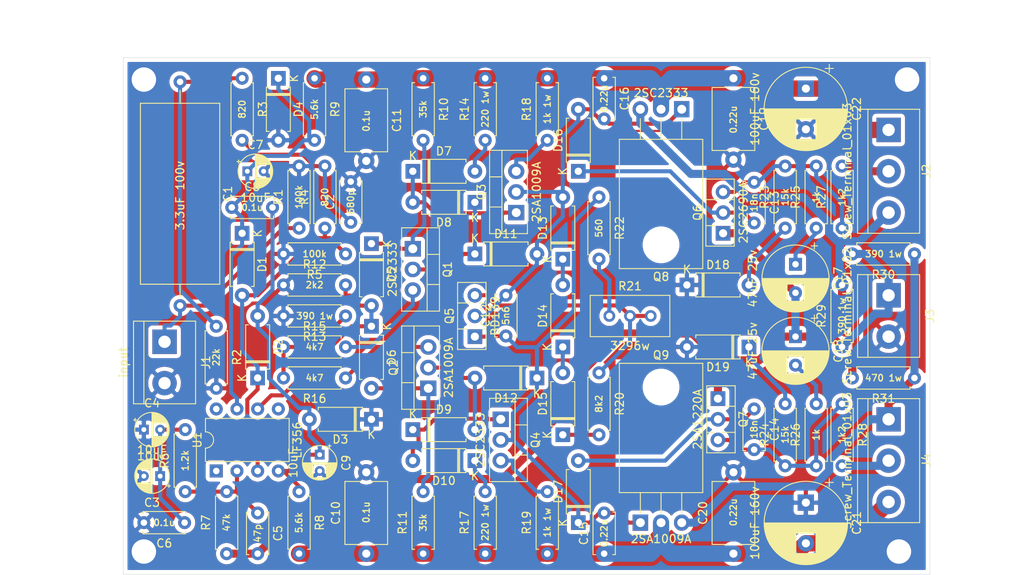
<source format=kicad_pcb>
(kicad_pcb (version 20171130) (host pcbnew "(5.1.9)-1")
  (layers (0 F.Cu signal) (31 B.Cu signal) (34 B.Paste user) (35 F.Paste user) (36 B.SilkS user) (37 F.SilkS user) (38 B.Mask user) (39 F.Mask user) (44 Edge.Cuts user))
  (net 0 "")
  (net 1 "Net-(C1-Pad2)")
  (net 2 "Net-(C1-Pad1)")
  (net 3 "Net-(C2-Pad2)")
  (net 4 Earth)
  (net 5 "Net-(C3-Pad1)")
  (net 6 /OUT)
  (net 7 "Net-(C5-Pad1)")
  (net 8 "Net-(C7-Pad1)")
  (net 9 "Net-(C8-Pad1)")
  (net 10 /-B)
  (net 11 /+B)
  (net 12 "Net-(C12-Pad2)")
  (net 13 "Net-(C12-Pad1)")
  (net 14 "Net-(C13-Pad2)")
  (net 15 "Net-(C13-Pad1)")
  (net 16 "Net-(C14-Pad2)")
  (net 17 "Net-(C14-Pad1)")
  (net 18 "Net-(C17-Pad1)")
  (net 19 "Net-(C18-Pad2)")
  (net 20 "Net-(D1-Pad2)")
  (net 21 "Net-(D5-Pad2)")
  (net 22 "Net-(D5-Pad1)")
  (net 23 "Net-(D6-Pad2)")
  (net 24 "Net-(D7-Pad2)")
  (net 25 "Net-(D7-Pad1)")
  (net 26 "Net-(D11-Pad1)")
  (net 27 "Net-(D12-Pad2)")
  (net 28 "Net-(D10-Pad2)")
  (net 29 "Net-(D10-Pad1)")
  (net 30 "Net-(D13-Pad1)")
  (net 31 "Net-(D14-Pad1)")
  (net 32 "Net-(D15-Pad1)")
  (net 33 "Net-(D18-Pad2)")
  (net 34 "Net-(D19-Pad1)")
  (net 35 /+basedriver)
  (net 36 /+PROTECTION_DC_OUT)
  (net 37 /-PROTECTION_DC_OUT)
  (net 38 /-basedriver)
  (net 39 "Net-(Q1-Pad3)")
  (net 40 "Net-(Q2-Pad3)")
  (net 41 "Net-(Q3-Pad3)")
  (net 42 "Net-(Q4-Pad3)")
  (net 43 "Net-(Q5-Pad3)")
  (net 44 "Net-(R13-Pad1)")
  (net 45 "Net-(R21-Pad3)")
  (net 46 "Net-(U1-Pad8)")
  (net 47 "Net-(U1-Pad5)")
  (net 48 "Net-(U1-Pad1)")
  (module Resistor_THT:R_Axial_DIN0207_L6.3mm_D2.5mm_P7.62mm_Horizontal (layer F.Cu) (at 177.165 104.14 180)
    (fp_text reference R31 (at 3.81 -2.54) (layer F.SilkS))
    (fp_text value "470 1w" (at 3.81 0) (layer F.SilkS) (effects (font (size 0.8 0.8))))
    (pad 2 thru_hole oval (at 7.62 0 180) (size 1.6 1.6) (drill 0.8) (layers *.Cu *.Mask) (net 35 /+basedriver))
    (pad 1 thru_hole circle (at 0 0 180) (size 1.6 1.6) (drill 0.8) (layers *.Cu *.Mask) (net 38 /-basedriver))
  )
  (module Resistor_THT:R_Axial_DIN0207_L6.3mm_D2.5mm_P7.62mm_Horizontal (layer F.Cu) (at 177.165 88.9 180)
    (fp_text reference R30 (at 3.81 -2.54) (layer F.SilkS))
    (fp_text value "390 1w" (at 3.81 0) (layer F.SilkS) (effects (font (size 0.8 0.8))))
    (pad 2 thru_hole oval (at 7.62 0 180) (size 1.6 1.6) (drill 0.8) (layers *.Cu *.Mask) (net 6 /OUT))
    (pad 1 thru_hole circle (at 0 0 180) (size 1.6 1.6) (drill 0.8) (layers *.Cu *.Mask) (net 38 /-basedriver))
  )
  (module Resistor_THT:R_Axial_DIN0207_L6.3mm_D2.5mm_P7.62mm_Horizontal (layer F.Cu) (at 168.275 100.33 90)
    (fp_text reference R29 (at 3.81 -2.54 90) (layer F.SilkS))
    (fp_text value "390 1w" (at 3.81 0 90) (layer F.SilkS) (effects (font (size 0.8 0.8))))
    (pad 2 thru_hole oval (at 7.62 0 90) (size 1.6 1.6) (drill 0.8) (layers *.Cu *.Mask) (net 35 /+basedriver))
    (pad 1 thru_hole circle (at 0 0 90) (size 1.6 1.6) (drill 0.8) (layers *.Cu *.Mask) (net 6 /OUT))
  )
  (module Resistor_THT:R_Axial_DIN0207_L6.3mm_D2.5mm_P7.62mm_Horizontal (layer F.Cu) (at 168.275 107.315 270)
    (fp_text reference R28 (at 3.81 -2.54 90) (layer F.SilkS))
    (fp_text value 1k2 (at 3.81 0 90) (layer F.SilkS) (effects (font (size 0.8 0.8))))
    (pad 2 thru_hole oval (at 7.62 0 270) (size 1.6 1.6) (drill 0.8) (layers *.Cu *.Mask) (net 37 /-PROTECTION_DC_OUT))
    (pad 1 thru_hole circle (at 0 0 270) (size 1.6 1.6) (drill 0.8) (layers *.Cu *.Mask) (net 16 "Net-(C14-Pad2)"))
  )
  (module Resistor_THT:R_Axial_DIN0207_L6.3mm_D2.5mm_P7.62mm_Horizontal (layer F.Cu) (at 168.275 85.725 90)
    (fp_text reference R27 (at 3.81 -2.54 90) (layer F.SilkS))
    (fp_text value 1k2 (at 3.81 0 90) (layer F.SilkS) (effects (font (size 0.8 0.8))))
    (pad 2 thru_hole oval (at 7.62 0 90) (size 1.6 1.6) (drill 0.8) (layers *.Cu *.Mask) (net 36 /+PROTECTION_DC_OUT))
    (pad 1 thru_hole circle (at 0 0 90) (size 1.6 1.6) (drill 0.8) (layers *.Cu *.Mask) (net 15 "Net-(C13-Pad1)"))
  )
  (module Resistor_THT:R_Axial_DIN0207_L6.3mm_D2.5mm_P7.62mm_Horizontal (layer F.Cu) (at 165.1 114.935 90)
    (fp_text reference R26 (at 3.81 -2.54 90) (layer F.SilkS))
    (fp_text value 1k (at 3.81 0 90) (layer F.SilkS) (effects (font (size 0.8 0.8))))
    (pad 2 thru_hole oval (at 7.62 0 90) (size 1.6 1.6) (drill 0.8) (layers *.Cu *.Mask) (net 19 "Net-(C18-Pad2)"))
    (pad 1 thru_hole circle (at 0 0 90) (size 1.6 1.6) (drill 0.8) (layers *.Cu *.Mask) (net 16 "Net-(C14-Pad2)"))
  )
  (module Resistor_THT:R_Axial_DIN0207_L6.3mm_D2.5mm_P7.62mm_Horizontal (layer F.Cu) (at 165.1 85.725 90)
    (fp_text reference R25 (at 3.81 -2.54 90) (layer F.SilkS))
    (fp_text value 1k (at 3.81 0 90) (layer F.SilkS) (effects (font (size 0.8 0.8))))
    (pad 2 thru_hole oval (at 7.62 0 90) (size 1.6 1.6) (drill 0.8) (layers *.Cu *.Mask) (net 15 "Net-(C13-Pad1)"))
    (pad 1 thru_hole circle (at 0 0 90) (size 1.6 1.6) (drill 0.8) (layers *.Cu *.Mask) (net 18 "Net-(C17-Pad1)"))
  )
  (module Resistor_THT:R_Axial_DIN0207_L6.3mm_D2.5mm_P7.62mm_Horizontal (layer F.Cu) (at 161.29 114.935 90)
    (fp_text reference R24 (at 3.81 -2.54 90) (layer F.SilkS))
    (fp_text value 15k (at 3.81 0 90) (layer F.SilkS) (effects (font (size 0.8 0.8))))
    (pad 2 thru_hole oval (at 7.62 0 90) (size 1.6 1.6) (drill 0.8) (layers *.Cu *.Mask) (net 34 "Net-(D19-Pad1)"))
    (pad 1 thru_hole circle (at 0 0 90) (size 1.6 1.6) (drill 0.8) (layers *.Cu *.Mask) (net 16 "Net-(C14-Pad2)"))
  )
  (module Resistor_THT:R_Axial_DIN0207_L6.3mm_D2.5mm_P7.62mm_Horizontal (layer F.Cu) (at 161.29 85.725 90)
    (fp_text reference R23 (at 3.81 -2.54 90) (layer F.SilkS))
    (fp_text value 15k (at 3.81 0 90) (layer F.SilkS) (effects (font (size 0.8 0.8))))
    (pad 2 thru_hole oval (at 7.62 0 90) (size 1.6 1.6) (drill 0.8) (layers *.Cu *.Mask) (net 15 "Net-(C13-Pad1)"))
    (pad 1 thru_hole circle (at 0 0 90) (size 1.6 1.6) (drill 0.8) (layers *.Cu *.Mask) (net 33 "Net-(D18-Pad2)"))
  )
  (module Resistor_THT:R_Axial_DIN0207_L6.3mm_D2.5mm_P7.62mm_Horizontal (layer F.Cu) (at 138.43 81.915 270)
    (fp_text reference R22 (at 3.81 -2.54 90) (layer F.SilkS))
    (fp_text value 560 (at 3.81 0 90) (layer F.SilkS) (effects (font (size 0.8 0.8))))
    (pad 2 thru_hole oval (at 7.62 0 270) (size 1.6 1.6) (drill 0.8) (layers *.Cu *.Mask) (net 45 "Net-(R21-Pad3)"))
    (pad 1 thru_hole circle (at 0 0 270) (size 1.6 1.6) (drill 0.8) (layers *.Cu *.Mask) (net 13 "Net-(C12-Pad1)"))
  )
  (module Resistor_THT:R_Axial_DIN0207_L6.3mm_D2.5mm_P7.62mm_Horizontal (layer F.Cu) (at 138.43 103.505 270)
    (fp_text reference R20 (at 3.81 -2.54 90) (layer F.SilkS))
    (fp_text value 8k2 (at 3.81 0 90) (layer F.SilkS) (effects (font (size 0.8 0.8))))
    (pad 2 thru_hole oval (at 7.62 0 270) (size 1.6 1.6) (drill 0.8) (layers *.Cu *.Mask) (net 32 "Net-(D15-Pad1)"))
    (pad 1 thru_hole circle (at 0 0 270) (size 1.6 1.6) (drill 0.8) (layers *.Cu *.Mask) (net 43 "Net-(Q5-Pad3)"))
  )
  (module Resistor_THT:R_Axial_DIN0207_L6.3mm_D2.5mm_P7.62mm_Horizontal (layer F.Cu) (at 132.08 125.73 90)
    (fp_text reference R19 (at 3.81 -2.54 90) (layer F.SilkS))
    (fp_text value "1k 1w" (at 3.81 0 90) (layer F.SilkS) (effects (font (size 0.8 0.8))))
    (pad 2 thru_hole oval (at 7.62 0 90) (size 1.6 1.6) (drill 0.8) (layers *.Cu *.Mask) (net 42 "Net-(Q4-Pad3)"))
    (pad 1 thru_hole circle (at 0 0 90) (size 1.6 1.6) (drill 0.8) (layers *.Cu *.Mask) (net 10 /-B))
  )
  (module Resistor_THT:R_Axial_DIN0207_L6.3mm_D2.5mm_P7.62mm_Horizontal (layer F.Cu) (at 132.08 74.93 90)
    (fp_text reference R18 (at 3.81 -2.54 90) (layer F.SilkS))
    (fp_text value "1k 1w" (at 3.81 0 90) (layer F.SilkS) (effects (font (size 0.8 0.8))))
    (pad 2 thru_hole oval (at 7.62 0 90) (size 1.6 1.6) (drill 0.8) (layers *.Cu *.Mask) (net 11 /+B))
    (pad 1 thru_hole circle (at 0 0 90) (size 1.6 1.6) (drill 0.8) (layers *.Cu *.Mask) (net 41 "Net-(Q3-Pad3)"))
  )
  (module Resistor_THT:R_Axial_DIN0207_L6.3mm_D2.5mm_P7.62mm_Horizontal (layer F.Cu) (at 124.46 125.73 90)
    (fp_text reference R17 (at 3.81 -2.54 90) (layer F.SilkS))
    (fp_text value "220 1w" (at 3.81 0 90) (layer F.SilkS) (effects (font (size 0.8 0.8))))
    (pad 2 thru_hole oval (at 7.62 0 90) (size 1.6 1.6) (drill 0.8) (layers *.Cu *.Mask) (net 29 "Net-(D10-Pad1)"))
    (pad 1 thru_hole circle (at 0 0 90) (size 1.6 1.6) (drill 0.8) (layers *.Cu *.Mask) (net 10 /-B))
  )
  (module Resistor_THT:R_Axial_DIN0207_L6.3mm_D2.5mm_P7.62mm_Horizontal (layer F.Cu) (at 107.315 104.14 180)
    (fp_text reference R16 (at 3.81 -2.54) (layer F.SilkS))
    (fp_text value 4k7 (at 3.81 0) (layer F.SilkS) (effects (font (size 0.8 0.8))))
    (pad 2 thru_hole oval (at 7.62 0 180) (size 1.6 1.6) (drill 0.8) (layers *.Cu *.Mask) (net 44 "Net-(R13-Pad1)"))
    (pad 1 thru_hole circle (at 0 0 180) (size 1.6 1.6) (drill 0.8) (layers *.Cu *.Mask) (net 40 "Net-(Q2-Pad3)"))
  )
  (module Resistor_THT:R_Axial_DIN0207_L6.3mm_D2.5mm_P7.62mm_Horizontal (layer F.Cu) (at 99.695 100.33)
    (fp_text reference R15 (at 3.81 -2.54) (layer F.SilkS))
    (fp_text value 4k7 (at 3.81 0) (layer F.SilkS) (effects (font (size 0.8 0.8))))
    (pad 2 thru_hole oval (at 7.62 0) (size 1.6 1.6) (drill 0.8) (layers *.Cu *.Mask) (net 39 "Net-(Q1-Pad3)"))
    (pad 1 thru_hole circle (at 0 0) (size 1.6 1.6) (drill 0.8) (layers *.Cu *.Mask) (net 44 "Net-(R13-Pad1)"))
  )
  (module Resistor_THT:R_Axial_DIN0207_L6.3mm_D2.5mm_P7.62mm_Horizontal (layer F.Cu) (at 124.46 74.93 90)
    (fp_text reference R14 (at 3.81 -2.54 90) (layer F.SilkS))
    (fp_text value "220 1w" (at 3.81 0 90) (layer F.SilkS) (effects (font (size 0.8 0.8))))
    (pad 2 thru_hole oval (at 7.62 0 90) (size 1.6 1.6) (drill 0.8) (layers *.Cu *.Mask) (net 11 /+B))
    (pad 1 thru_hole circle (at 0 0 90) (size 1.6 1.6) (drill 0.8) (layers *.Cu *.Mask) (net 24 "Net-(D7-Pad2)"))
  )
  (module Resistor_THT:R_Axial_DIN0207_L6.3mm_D2.5mm_P7.62mm_Horizontal (layer F.Cu) (at 107.315 96.52 180)
    (fp_text reference R13 (at 3.81 -2.54) (layer F.SilkS))
    (fp_text value "390 1w" (at 3.81 0) (layer F.SilkS) (effects (font (size 0.8 0.8))))
    (pad 2 thru_hole oval (at 7.62 0 180) (size 1.6 1.6) (drill 0.8) (layers *.Cu *.Mask) (net 4 Earth))
    (pad 1 thru_hole circle (at 0 0 180) (size 1.6 1.6) (drill 0.8) (layers *.Cu *.Mask) (net 44 "Net-(R13-Pad1)"))
  )
  (module Resistor_THT:R_Axial_DIN0207_L6.3mm_D2.5mm_P7.62mm_Horizontal (layer F.Cu) (at 99.695 92.71)
    (fp_text reference R12 (at 3.81 -2.54) (layer F.SilkS))
    (fp_text value 2k2 (at 3.81 0) (layer F.SilkS) (effects (font (size 0.8 0.8))))
    (pad 2 thru_hole oval (at 7.62 0) (size 1.6 1.6) (drill 0.8) (layers *.Cu *.Mask) (net 21 "Net-(D5-Pad2)"))
    (pad 1 thru_hole circle (at 0 0) (size 1.6 1.6) (drill 0.8) (layers *.Cu *.Mask) (net 4 Earth))
  )
  (module Resistor_THT:R_Axial_DIN0207_L6.3mm_D2.5mm_P7.62mm_Horizontal (layer F.Cu) (at 116.84 125.73 90)
    (fp_text reference R11 (at 3.81 -2.54 90) (layer F.SilkS))
    (fp_text value 35k (at 3.81 0 90) (layer F.SilkS) (effects (font (size 0.8 0.8))))
    (pad 2 thru_hole oval (at 7.62 0 90) (size 1.6 1.6) (drill 0.8) (layers *.Cu *.Mask) (net 23 "Net-(D6-Pad2)"))
    (pad 1 thru_hole circle (at 0 0 90) (size 1.6 1.6) (drill 0.8) (layers *.Cu *.Mask) (net 10 /-B))
  )
  (module Resistor_THT:R_Axial_DIN0207_L6.3mm_D2.5mm_P7.62mm_Horizontal (layer F.Cu) (at 116.84 74.93 90)
    (fp_text reference R10 (at 3.81 2.54 90) (layer F.SilkS))
    (fp_text value 35k (at 3.81 0 90) (layer F.SilkS) (effects (font (size 0.8 0.8))))
    (pad 2 thru_hole oval (at 7.62 0 90) (size 1.6 1.6) (drill 0.8) (layers *.Cu *.Mask) (net 11 /+B))
    (pad 1 thru_hole circle (at 0 0 90) (size 1.6 1.6) (drill 0.8) (layers *.Cu *.Mask) (net 22 "Net-(D5-Pad1)"))
  )
  (module Resistor_THT:R_Axial_DIN0207_L6.3mm_D2.5mm_P7.62mm_Horizontal (layer F.Cu) (at 103.505 67.31 270)
    (fp_text reference R9 (at 3.81 -2.54 90) (layer F.SilkS))
    (fp_text value 5.6k (at 3.81 0 90) (layer F.SilkS) (effects (font (size 0.8 0.8))))
    (pad 2 thru_hole oval (at 7.62 0 270) (size 1.6 1.6) (drill 0.8) (layers *.Cu *.Mask) (net 8 "Net-(C7-Pad1)"))
    (pad 1 thru_hole circle (at 0 0 270) (size 1.6 1.6) (drill 0.8) (layers *.Cu *.Mask) (net 11 /+B))
  )
  (module Resistor_THT:R_Axial_DIN0207_L6.3mm_D2.5mm_P7.62mm_Horizontal (layer F.Cu) (at 101.6 118.11 270)
    (fp_text reference R8 (at 3.81 -2.54 90) (layer F.SilkS))
    (fp_text value 5.6k (at 3.81 0 90) (layer F.SilkS) (effects (font (size 0.8 0.8))))
    (pad 2 thru_hole oval (at 7.62 0 270) (size 1.6 1.6) (drill 0.8) (layers *.Cu *.Mask) (net 10 /-B))
    (pad 1 thru_hole circle (at 0 0 270) (size 1.6 1.6) (drill 0.8) (layers *.Cu *.Mask) (net 9 "Net-(C8-Pad1)"))
  )
  (module Resistor_THT:R_Axial_DIN0207_L6.3mm_D2.5mm_P7.62mm_Horizontal (layer F.Cu) (at 92.71 125.73 90)
    (fp_text reference R7 (at 3.81 -2.54 90) (layer F.SilkS))
    (fp_text value 47k (at 3.81 0 90) (layer F.SilkS) (effects (font (size 0.8 0.8))))
    (pad 2 thru_hole oval (at 7.62 0 90) (size 1.6 1.6) (drill 0.8) (layers *.Cu *.Mask) (net 7 "Net-(C5-Pad1)"))
    (pad 1 thru_hole circle (at 0 0 90) (size 1.6 1.6) (drill 0.8) (layers *.Cu *.Mask) (net 6 /OUT))
  )
  (module Resistor_THT:R_Axial_DIN0207_L6.3mm_D2.5mm_P7.62mm_Horizontal (layer F.Cu) (at 87.63 118.11 90)
    (fp_text reference R6 (at 3.81 -2.54 90) (layer F.SilkS))
    (fp_text value 1.2k (at 3.81 0 90) (layer F.SilkS) (effects (font (size 0.8 0.8))))
    (pad 2 thru_hole oval (at 7.62 0 90) (size 1.6 1.6) (drill 0.8) (layers *.Cu *.Mask) (net 5 "Net-(C3-Pad1)"))
    (pad 1 thru_hole circle (at 0 0 90) (size 1.6 1.6) (drill 0.8) (layers *.Cu *.Mask) (net 7 "Net-(C5-Pad1)"))
  )
  (module Resistor_THT:R_Axial_DIN0207_L6.3mm_D2.5mm_P7.62mm_Horizontal (layer F.Cu) (at 107.315 88.9 180)
    (fp_text reference R5 (at 3.81 -2.54) (layer F.SilkS))
    (fp_text value 100k (at 3.81 0) (layer F.SilkS) (effects (font (size 0.8 0.8))))
    (pad 2 thru_hole oval (at 7.62 0 180) (size 1.6 1.6) (drill 0.8) (layers *.Cu *.Mask) (net 4 Earth))
    (pad 1 thru_hole circle (at 0 0 180) (size 1.6 1.6) (drill 0.8) (layers *.Cu *.Mask) (net 20 "Net-(D1-Pad2)"))
  )
  (module Resistor_THT:R_Axial_DIN0207_L6.3mm_D2.5mm_P7.62mm_Horizontal (layer F.Cu) (at 104.775 85.725 90)
    (fp_text reference R4 (at 3.81 -2.54 90) (layer F.SilkS))
    (fp_text value 820 (at 3.81 0 90) (layer F.SilkS) (effects (font (size 0.8 0.8))))
    (pad 2 thru_hole oval (at 7.62 0 90) (size 1.6 1.6) (drill 0.8) (layers *.Cu *.Mask) (net 3 "Net-(C2-Pad2)"))
    (pad 1 thru_hole circle (at 0 0 90) (size 1.6 1.6) (drill 0.8) (layers *.Cu *.Mask) (net 20 "Net-(D1-Pad2)"))
  )
  (module Resistor_THT:R_Axial_DIN0207_L6.3mm_D2.5mm_P7.62mm_Horizontal (layer F.Cu) (at 94.615 74.93 90)
    (fp_text reference R3 (at 3.81 2.54 90) (layer F.SilkS))
    (fp_text value 820 (at 3.81 0 90) (layer F.SilkS) (effects (font (size 0.8 0.8))))
    (pad 2 thru_hole oval (at 7.62 0 90) (size 1.6 1.6) (drill 0.8) (layers *.Cu *.Mask) (net 2 "Net-(C1-Pad1)"))
    (pad 1 thru_hole circle (at 0 0 90) (size 1.6 1.6) (drill 0.8) (layers *.Cu *.Mask) (net 3 "Net-(C2-Pad2)"))
  )
  (module Resistor_THT:R_Axial_DIN0207_L6.3mm_D2.5mm_P7.62mm_Horizontal (layer F.Cu) (at 91.44 97.79 270)
    (fp_text reference R2 (at 3.81 -2.54 90) (layer F.SilkS))
    (fp_text value 22k (at 3.81 0 90) (layer F.SilkS) (effects (font (size 0.8 0.8))))
    (pad 2 thru_hole oval (at 7.62 0 270) (size 1.6 1.6) (drill 0.8) (layers *.Cu *.Mask) (net 4 Earth))
    (pad 1 thru_hole circle (at 0 0 270) (size 1.6 1.6) (drill 0.8) (layers *.Cu *.Mask) (net 2 "Net-(C1-Pad1)"))
  )
  (module Resistor_THT:R_Axial_DIN0207_L6.3mm_D2.5mm_P7.62mm_Horizontal (layer F.Cu) (at 101.6 85.725 90)
    (fp_text reference R1 (at 3.81 -2.54 90) (layer F.SilkS))
    (fp_text value 100k (at 3.81 0 90) (layer F.SilkS) (effects (font (size 0.8 0.8))))
    (pad 2 thru_hole oval (at 7.62 0 90) (size 1.6 1.6) (drill 0.8) (layers *.Cu *.Mask) (net 4 Earth))
    (pad 1 thru_hole circle (at 0 0 90) (size 1.6 1.6) (drill 0.8) (layers *.Cu *.Mask) (net 1 "Net-(C1-Pad2)"))
  )
  (module Package_DIP:DIP-8_W7.62mm (layer F.Cu) (at 91.44 115.57 90)
    (fp_text reference U1 (at 3.81 -2.33 90) (layer F.SilkS))
    (fp_text value LF356 (at 3.81 9.95 90) (layer F.SilkS))
    (pad 8 thru_hole oval (at 7.62 0 90) (size 1.6 1.6) (drill 0.8) (layers *.Cu *.Mask) (net 46 "Net-(U1-Pad8)"))
    (pad 4 thru_hole oval (at 0 7.62 90) (size 1.6 1.6) (drill 0.8) (layers *.Cu *.Mask) (net 9 "Net-(C8-Pad1)"))
    (pad 7 thru_hole oval (at 7.62 2.54 90) (size 1.6 1.6) (drill 0.8) (layers *.Cu *.Mask) (net 8 "Net-(C7-Pad1)"))
    (pad 3 thru_hole oval (at 0 5.08 90) (size 1.6 1.6) (drill 0.8) (layers *.Cu *.Mask) (net 20 "Net-(D1-Pad2)"))
    (pad 6 thru_hole oval (at 7.62 5.08 90) (size 1.6 1.6) (drill 0.8) (layers *.Cu *.Mask) (net 21 "Net-(D5-Pad2)"))
    (pad 2 thru_hole oval (at 0 2.54 90) (size 1.6 1.6) (drill 0.8) (layers *.Cu *.Mask) (net 7 "Net-(C5-Pad1)"))
    (pad 5 thru_hole oval (at 7.62 7.62 90) (size 1.6 1.6) (drill 0.8) (layers *.Cu *.Mask) (net 47 "Net-(U1-Pad5)"))
    (pad 1 thru_hole rect (at 0 0 90) (size 1.6 1.6) (drill 0.8) (layers *.Cu *.Mask) (net 48 "Net-(U1-Pad1)"))
  )
  (module Potentiometer_THT:Potentiometer_Bourns_3296W_Vertical (layer F.Cu) (at 144.78 96.52)
    (fp_text reference R21 (at -2.54 -3.66) (layer F.SilkS))
    (fp_text value 3296w (at -2.54 3.67) (layer F.SilkS))
    (pad 3 thru_hole circle (at -5.08 0) (size 1.44 1.44) (drill 0.8) (layers *.Cu *.Mask) (net 45 "Net-(R21-Pad3)"))
    (pad 2 thru_hole circle (at -2.54 0) (size 1.44 1.44) (drill 0.8) (layers *.Cu *.Mask) (net 43 "Net-(Q5-Pad3)"))
    (pad 1 thru_hole circle (at 0 0) (size 1.44 1.44) (drill 0.8) (layers *.Cu *.Mask) (net 43 "Net-(Q5-Pad3)"))
  )
  (module Package_TO_SOT_THT:TO-220-3_Horizontal_TabDown (layer F.Cu) (at 143.51 121.92)
    (fp_text reference Q9 (at 2.54 -20.58) (layer F.SilkS))
    (fp_text value 2SA1009A (at 2.54 2) (layer F.SilkS))
    (pad 3 thru_hole oval (at 5.08 0) (size 1.905 2) (drill 1.1) (layers *.Cu *.Mask) (net 38 /-basedriver))
    (pad 2 thru_hole oval (at 2.54 0) (size 1.905 2) (drill 1.1) (layers *.Cu *.Mask) (net 10 /-B))
    (pad 1 thru_hole rect (at 0 0) (size 1.905 2) (drill 1.1) (layers *.Cu *.Mask) (net 13 "Net-(C12-Pad1)"))
    (pad "" np_thru_hole oval (at 2.54 -16.66) (size 3.5 3.5) (drill 3.5) (layers *.Cu *.Mask))
  )
  (module Package_TO_SOT_THT:TO-220-3_Horizontal_TabDown (layer F.Cu) (at 148.59 71.12 180)
    (fp_text reference Q8 (at 2.54 -20.58) (layer F.SilkS))
    (fp_text value 2SC2333 (at 2.54 2) (layer F.SilkS))
    (pad 3 thru_hole oval (at 5.08 0 180) (size 1.905 2) (drill 1.1) (layers *.Cu *.Mask) (net 35 /+basedriver))
    (pad 2 thru_hole oval (at 2.54 0 180) (size 1.905 2) (drill 1.1) (layers *.Cu *.Mask) (net 11 /+B))
    (pad 1 thru_hole rect (at 0 0 180) (size 1.905 2) (drill 1.1) (layers *.Cu *.Mask) (net 12 "Net-(C12-Pad2)"))
    (pad "" np_thru_hole oval (at 2.54 -16.66 180) (size 3.5 3.5) (drill 3.5) (layers *.Cu *.Mask))
  )
  (module Package_TO_SOT_THT:TO-126-3_Vertical (layer F.Cu) (at 153.035 106.68 270)
    (fp_text reference Q7 (at 2.54 -3.12 90) (layer F.SilkS))
    (fp_text value 2SA1220A (at 2.54 2.5 90) (layer F.SilkS))
    (pad 3 thru_hole oval (at 5.08 0 270) (size 1.8 1.8) (drill 1) (layers *.Cu *.Mask) (net 16 "Net-(C14-Pad2)"))
    (pad 2 thru_hole oval (at 2.54 0 270) (size 1.8 1.8) (drill 1) (layers *.Cu *.Mask) (net 17 "Net-(C14-Pad1)"))
    (pad 1 thru_hole rect (at 0 0 270) (size 1.8 1.8) (drill 1) (layers *.Cu *.Mask) (net 6 /OUT))
  )
  (module Package_TO_SOT_THT:TO-126-3_Vertical (layer F.Cu) (at 153.67 86.36 90)
    (fp_text reference Q6 (at 2.54 -3.12 90) (layer F.SilkS))
    (fp_text value 2SC2690A (at 2.54 2.5 90) (layer F.SilkS))
    (pad 3 thru_hole oval (at 5.08 0 90) (size 1.8 1.8) (drill 1) (layers *.Cu *.Mask) (net 15 "Net-(C13-Pad1)"))
    (pad 2 thru_hole oval (at 2.54 0 90) (size 1.8 1.8) (drill 1) (layers *.Cu *.Mask) (net 14 "Net-(C13-Pad2)"))
    (pad 1 thru_hole rect (at 0 0 90) (size 1.8 1.8) (drill 1) (layers *.Cu *.Mask) (net 6 /OUT))
  )
  (module Package_TO_SOT_THT:TO-126-3_Vertical (layer F.Cu) (at 123.19 99.06 90)
    (fp_text reference Q5 (at 2.54 -3.12 90) (layer F.SilkS))
    (fp_text value BD139 (at 2.54 2.5 90) (layer F.SilkS))
    (pad 3 thru_hole oval (at 5.08 0 90) (size 1.8 1.8) (drill 1) (layers *.Cu *.Mask) (net 43 "Net-(Q5-Pad3)"))
    (pad 2 thru_hole oval (at 2.54 0 90) (size 1.8 1.8) (drill 1) (layers *.Cu *.Mask) (net 12 "Net-(C12-Pad2)"))
    (pad 1 thru_hole rect (at 0 0 90) (size 1.8 1.8) (drill 1) (layers *.Cu *.Mask) (net 13 "Net-(C12-Pad1)"))
  )
  (module Package_TO_SOT_THT:TO-220-3_Vertical (layer F.Cu) (at 126.365 109.22 270)
    (fp_text reference Q4 (at 2.54 -4.27 90) (layer F.SilkS))
    (fp_text value 2SC2333 (at 2.54 2.5 90) (layer F.SilkS))
    (pad 3 thru_hole oval (at 5.08 0 270) (size 1.905 2) (drill 1.1) (layers *.Cu *.Mask) (net 42 "Net-(Q4-Pad3)"))
    (pad 2 thru_hole oval (at 2.54 0 270) (size 1.905 2) (drill 1.1) (layers *.Cu *.Mask) (net 13 "Net-(C12-Pad1)"))
    (pad 1 thru_hole rect (at 0 0 270) (size 1.905 2) (drill 1.1) (layers *.Cu *.Mask) (net 28 "Net-(D10-Pad2)"))
  )
  (module Package_TO_SOT_THT:TO-220-3_Vertical (layer F.Cu) (at 128.27 83.82 90)
    (fp_text reference Q3 (at 2.54 -4.27 90) (layer F.SilkS))
    (fp_text value 2SA1009A (at 2.54 2.5 90) (layer F.SilkS))
    (pad 3 thru_hole oval (at 5.08 0 90) (size 1.905 2) (drill 1.1) (layers *.Cu *.Mask) (net 41 "Net-(Q3-Pad3)"))
    (pad 2 thru_hole oval (at 2.54 0 90) (size 1.905 2) (drill 1.1) (layers *.Cu *.Mask) (net 12 "Net-(C12-Pad2)"))
    (pad 1 thru_hole rect (at 0 0 90) (size 1.905 2) (drill 1.1) (layers *.Cu *.Mask) (net 25 "Net-(D7-Pad1)"))
  )
  (module Package_TO_SOT_THT:TO-220-3_Vertical (layer F.Cu) (at 117.475 105.41 90)
    (fp_text reference Q2 (at 2.54 -4.27 90) (layer F.SilkS))
    (fp_text value 2SA1009A (at 2.54 2.5 90) (layer F.SilkS))
    (pad 3 thru_hole oval (at 5.08 0 90) (size 1.905 2) (drill 1.1) (layers *.Cu *.Mask) (net 40 "Net-(Q2-Pad3)"))
    (pad 2 thru_hole oval (at 2.54 0 90) (size 1.905 2) (drill 1.1) (layers *.Cu *.Mask) (net 27 "Net-(D12-Pad2)"))
    (pad 1 thru_hole rect (at 0 0 90) (size 1.905 2) (drill 1.1) (layers *.Cu *.Mask) (net 23 "Net-(D6-Pad2)"))
  )
  (module Package_TO_SOT_THT:TO-220-3_Vertical (layer F.Cu) (at 115.57 88.265 270)
    (fp_text reference Q1 (at 2.54 -4.27 90) (layer F.SilkS))
    (fp_text value 2SC2333 (at 2.54 2.5 90) (layer F.SilkS))
    (pad 3 thru_hole oval (at 5.08 0 270) (size 1.905 2) (drill 1.1) (layers *.Cu *.Mask) (net 39 "Net-(Q1-Pad3)"))
    (pad 2 thru_hole oval (at 2.54 0 270) (size 1.905 2) (drill 1.1) (layers *.Cu *.Mask) (net 26 "Net-(D11-Pad1)"))
    (pad 1 thru_hole rect (at 0 0 270) (size 1.905 2) (drill 1.1) (layers *.Cu *.Mask) (net 22 "Net-(D5-Pad1)"))
  )
  (module TerminalBlock:TerminalBlock_bornier-3_P5.08mm (layer F.Cu) (at 173.99 109.22 270)
    (fp_text reference J4 (at 5.05 -4.65 90) (layer F.SilkS))
    (fp_text value Screw_Terminal_01x03 (at 5.08 5.08 90) (layer F.SilkS))
    (pad 3 thru_hole circle (at 10.16 0 270) (size 3 3) (drill 1.52) (layers *.Cu *.Mask) (net 10 /-B))
    (pad 2 thru_hole circle (at 5.08 0 270) (size 3 3) (drill 1.52) (layers *.Cu *.Mask) (net 37 /-PROTECTION_DC_OUT))
    (pad 1 thru_hole rect (at 0 0 270) (size 3 3) (drill 1.52) (layers *.Cu *.Mask) (net 38 /-basedriver))
  )
  (module TerminalBlock:TerminalBlock_bornier-2_P5.08mm (layer F.Cu) (at 173.99 93.98 270)
    (fp_text reference J3 (at 2.54 -5.08 90) (layer F.SilkS))
    (fp_text value Screw_Terminal_01x02 (at 2.54 5.08 90) (layer F.SilkS))
    (pad 2 thru_hole circle (at 5.08 0 270) (size 3 3) (drill 1.52) (layers *.Cu *.Mask) (net 4 Earth))
    (pad 1 thru_hole rect (at 0 0 270) (size 3 3) (drill 1.52) (layers *.Cu *.Mask) (net 6 /OUT))
  )
  (module TerminalBlock:TerminalBlock_bornier-3_P5.08mm (layer F.Cu) (at 173.99 73.66 270)
    (fp_text reference J2 (at 5.05 -4.65 90) (layer F.SilkS))
    (fp_text value Screw_Terminal_01x03 (at 5.08 5.08 90) (layer F.SilkS))
    (pad 3 thru_hole circle (at 10.16 0 270) (size 3 3) (drill 1.52) (layers *.Cu *.Mask) (net 35 /+basedriver))
    (pad 2 thru_hole circle (at 5.08 0 270) (size 3 3) (drill 1.52) (layers *.Cu *.Mask) (net 36 /+PROTECTION_DC_OUT))
    (pad 1 thru_hole rect (at 0 0 270) (size 3 3) (drill 1.52) (layers *.Cu *.Mask) (net 11 /+B))
  )
  (module TerminalBlock:TerminalBlock_bornier-2_P5.08mm (layer F.Cu) (at 85.09 99.695 270)
    (fp_text reference J1 (at 2.54 -5.08 90) (layer F.SilkS))
    (fp_text value input (at 2.54 5.08 90) (layer F.SilkS))
    (pad 2 thru_hole circle (at 5.08 0 270) (size 3 3) (drill 1.52) (layers *.Cu *.Mask) (net 4 Earth))
    (pad 1 thru_hole rect (at 0 0 270) (size 3 3) (drill 1.52) (layers *.Cu *.Mask) (net 1 "Net-(C1-Pad2)"))
  )
  (module Diode_THT:D_A-405_P7.62mm_Horizontal (layer F.Cu) (at 156.845 100.33 180)
    (fp_text reference D19 (at 3.81 -2.47) (layer F.SilkS))
    (fp_text value 1N4007)
    (fp_text user K (at 0 -1.9) (layer F.SilkS))
    (pad 2 thru_hole oval (at 7.62 0 180) (size 1.8 1.8) (drill 0.9) (layers *.Cu *.Mask) (net 4 Earth))
    (pad 1 thru_hole rect (at 0 0 180) (size 1.8 1.8) (drill 0.9) (layers *.Cu *.Mask) (net 34 "Net-(D19-Pad1)"))
  )
  (module Diode_THT:D_A-405_P7.62mm_Horizontal (layer F.Cu) (at 149.225 92.71)
    (fp_text reference D18 (at 3.81 -2.47) (layer F.SilkS))
    (fp_text value 1N4007)
    (fp_text user K (at 0 -1.9) (layer F.SilkS))
    (pad 2 thru_hole oval (at 7.62 0) (size 1.8 1.8) (drill 0.9) (layers *.Cu *.Mask) (net 33 "Net-(D18-Pad2)"))
    (pad 1 thru_hole rect (at 0 0) (size 1.8 1.8) (drill 0.9) (layers *.Cu *.Mask) (net 4 Earth))
  )
  (module Diode_THT:D_A-405_P7.62mm_Horizontal (layer F.Cu) (at 135.89 121.92 90)
    (fp_text reference D17 (at 3.81 -2.47 90) (layer F.SilkS))
    (fp_text value 1N4007)
    (fp_text user K (at 0 -1.9 90) (layer F.SilkS))
    (pad 2 thru_hole oval (at 7.62 0 90) (size 1.8 1.8) (drill 0.9) (layers *.Cu *.Mask) (net 17 "Net-(C14-Pad1)"))
    (pad 1 thru_hole rect (at 0 0 90) (size 1.8 1.8) (drill 0.9) (layers *.Cu *.Mask) (net 13 "Net-(C12-Pad1)"))
  )
  (module Diode_THT:D_A-405_P7.62mm_Horizontal (layer F.Cu) (at 135.89 78.74 90)
    (fp_text reference D16 (at 3.81 -2.47 90) (layer F.SilkS))
    (fp_text value 1N4007)
    (fp_text user K (at 0 -1.9 90) (layer F.SilkS))
    (pad 2 thru_hole oval (at 7.62 0 90) (size 1.8 1.8) (drill 0.9) (layers *.Cu *.Mask) (net 12 "Net-(C12-Pad2)"))
    (pad 1 thru_hole rect (at 0 0 90) (size 1.8 1.8) (drill 0.9) (layers *.Cu *.Mask) (net 14 "Net-(C13-Pad2)"))
  )
  (module Diode_THT:D_A-405_P7.62mm_Horizontal (layer F.Cu) (at 133.985 111.125 90)
    (fp_text reference D15 (at 3.81 -2.47 90) (layer F.SilkS))
    (fp_text value 1N4007)
    (fp_text user K (at 0 -1.9 90) (layer F.SilkS))
    (pad 2 thru_hole oval (at 7.62 0 90) (size 1.8 1.8) (drill 0.9) (layers *.Cu *.Mask) (net 31 "Net-(D14-Pad1)"))
    (pad 1 thru_hole rect (at 0 0 90) (size 1.8 1.8) (drill 0.9) (layers *.Cu *.Mask) (net 32 "Net-(D15-Pad1)"))
  )
  (module Diode_THT:D_A-405_P7.62mm_Horizontal (layer F.Cu) (at 133.985 100.33 90)
    (fp_text reference D14 (at 3.81 -2.47 90) (layer F.SilkS))
    (fp_text value 1N4007)
    (fp_text user K (at 0 -1.9 90) (layer F.SilkS))
    (pad 2 thru_hole oval (at 7.62 0 90) (size 1.8 1.8) (drill 0.9) (layers *.Cu *.Mask) (net 30 "Net-(D13-Pad1)"))
    (pad 1 thru_hole rect (at 0 0 90) (size 1.8 1.8) (drill 0.9) (layers *.Cu *.Mask) (net 31 "Net-(D14-Pad1)"))
  )
  (module Diode_THT:D_A-405_P7.62mm_Horizontal (layer F.Cu) (at 133.985 89.535 90)
    (fp_text reference D13 (at 3.81 -2.47 90) (layer F.SilkS))
    (fp_text value 1N4007)
    (fp_text user K (at 0 -1.9 90) (layer F.SilkS))
    (pad 2 thru_hole oval (at 7.62 0 90) (size 1.8 1.8) (drill 0.9) (layers *.Cu *.Mask) (net 12 "Net-(C12-Pad2)"))
    (pad 1 thru_hole rect (at 0 0 90) (size 1.8 1.8) (drill 0.9) (layers *.Cu *.Mask) (net 30 "Net-(D13-Pad1)"))
  )
  (module Diode_THT:D_A-405_P7.62mm_Horizontal (layer F.Cu) (at 130.81 104.14 180)
    (fp_text reference D12 (at 3.81 -2.47) (layer F.SilkS))
    (fp_text value 1N4007)
    (fp_text user K (at 0 -1.9) (layer F.SilkS))
    (pad 2 thru_hole oval (at 7.62 0 180) (size 1.8 1.8) (drill 0.9) (layers *.Cu *.Mask) (net 27 "Net-(D12-Pad2)"))
    (pad 1 thru_hole rect (at 0 0 180) (size 1.8 1.8) (drill 0.9) (layers *.Cu *.Mask) (net 13 "Net-(C12-Pad1)"))
  )
  (module Diode_THT:D_A-405_P7.62mm_Horizontal (layer F.Cu) (at 123.19 88.9)
    (fp_text reference D11 (at 3.81 -2.47) (layer F.SilkS))
    (fp_text value 1N4007)
    (fp_text user K (at 0 -1.9) (layer F.SilkS))
    (pad 2 thru_hole oval (at 7.62 0) (size 1.8 1.8) (drill 0.9) (layers *.Cu *.Mask) (net 12 "Net-(C12-Pad2)"))
    (pad 1 thru_hole rect (at 0 0) (size 1.8 1.8) (drill 0.9) (layers *.Cu *.Mask) (net 26 "Net-(D11-Pad1)"))
  )
  (module Diode_THT:D_A-405_P7.62mm_Horizontal (layer F.Cu) (at 123.19 114.3 180)
    (fp_text reference D10 (at 3.81 -2.47) (layer F.SilkS))
    (fp_text value 1N4007)
    (fp_text user K (at 0 -1.9) (layer F.SilkS))
    (pad 2 thru_hole oval (at 7.62 0 180) (size 1.8 1.8) (drill 0.9) (layers *.Cu *.Mask) (net 28 "Net-(D10-Pad2)"))
    (pad 1 thru_hole rect (at 0 0 180) (size 1.8 1.8) (drill 0.9) (layers *.Cu *.Mask) (net 29 "Net-(D10-Pad1)"))
  )
  (module Diode_THT:D_A-405_P7.62mm_Horizontal (layer F.Cu) (at 115.57 110.49)
    (fp_text reference D9 (at 3.81 -2.47) (layer F.SilkS))
    (fp_text value 1N4007)
    (fp_text user K (at 0 -1.9) (layer F.SilkS))
    (pad 2 thru_hole oval (at 7.62 0) (size 1.8 1.8) (drill 0.9) (layers *.Cu *.Mask) (net 27 "Net-(D12-Pad2)"))
    (pad 1 thru_hole rect (at 0 0) (size 1.8 1.8) (drill 0.9) (layers *.Cu *.Mask) (net 28 "Net-(D10-Pad2)"))
  )
  (module Diode_THT:D_A-405_P7.62mm_Horizontal (layer F.Cu) (at 123.19 82.55 180)
    (fp_text reference D8 (at 3.81 -2.47) (layer F.SilkS))
    (fp_text value 1N4007)
    (fp_text user K (at 0 -1.9) (layer F.SilkS))
    (pad 2 thru_hole oval (at 7.62 0 180) (size 1.8 1.8) (drill 0.9) (layers *.Cu *.Mask) (net 25 "Net-(D7-Pad1)"))
    (pad 1 thru_hole rect (at 0 0 180) (size 1.8 1.8) (drill 0.9) (layers *.Cu *.Mask) (net 26 "Net-(D11-Pad1)"))
  )
  (module Diode_THT:D_A-405_P7.62mm_Horizontal (layer F.Cu) (at 115.57 78.74)
    (fp_text reference D7 (at 3.81 -2.47) (layer F.SilkS))
    (fp_text value FDH400)
    (fp_text user K (at 0 -1.9) (layer F.SilkS))
    (pad 2 thru_hole oval (at 7.62 0) (size 1.8 1.8) (drill 0.9) (layers *.Cu *.Mask) (net 24 "Net-(D7-Pad2)"))
    (pad 1 thru_hole rect (at 0 0) (size 1.8 1.8) (drill 0.9) (layers *.Cu *.Mask) (net 25 "Net-(D7-Pad1)"))
  )
  (module Diode_THT:D_A-405_P7.62mm_Horizontal (layer F.Cu) (at 110.49 97.79 270)
    (fp_text reference D6 (at 3.81 -2.47 90) (layer F.SilkS))
    (fp_text value 1N4744)
    (fp_text user K (at 0 -1.9 90) (layer F.SilkS))
    (pad 2 thru_hole oval (at 7.62 0 270) (size 1.8 1.8) (drill 0.9) (layers *.Cu *.Mask) (net 23 "Net-(D6-Pad2)"))
    (pad 1 thru_hole rect (at 0 0 270) (size 1.8 1.8) (drill 0.9) (layers *.Cu *.Mask) (net 21 "Net-(D5-Pad2)"))
  )
  (module Diode_THT:D_A-405_P7.62mm_Horizontal (layer F.Cu) (at 110.49 87.63 270)
    (fp_text reference D5 (at 3.81 -2.47 90) (layer F.SilkS))
    (fp_text value 1N4744)
    (fp_text user K (at 0 -1.9 90) (layer F.SilkS))
    (pad 2 thru_hole oval (at 7.62 0 270) (size 1.8 1.8) (drill 0.9) (layers *.Cu *.Mask) (net 21 "Net-(D5-Pad2)"))
    (pad 1 thru_hole rect (at 0 0 270) (size 1.8 1.8) (drill 0.9) (layers *.Cu *.Mask) (net 22 "Net-(D5-Pad1)"))
  )
  (module Diode_THT:D_A-405_P7.62mm_Horizontal (layer F.Cu) (at 99.06 67.31 270)
    (fp_text reference D4 (at 3.81 -2.47 90) (layer F.SilkS))
    (fp_text value 1N4744)
    (fp_text user K (at 0 -1.9 90) (layer F.SilkS))
    (pad 2 thru_hole oval (at 7.62 0 270) (size 1.8 1.8) (drill 0.9) (layers *.Cu *.Mask) (net 4 Earth))
    (pad 1 thru_hole rect (at 0 0 270) (size 1.8 1.8) (drill 0.9) (layers *.Cu *.Mask) (net 8 "Net-(C7-Pad1)"))
  )
  (module Diode_THT:D_A-405_P7.62mm_Horizontal (layer F.Cu) (at 110.49 109.22 180)
    (fp_text reference D3 (at 3.81 -2.47) (layer F.SilkS))
    (fp_text value 1N4744)
    (fp_text user K (at 0 -1.9) (layer F.SilkS))
    (pad 2 thru_hole oval (at 7.62 0 180) (size 1.8 1.8) (drill 0.9) (layers *.Cu *.Mask) (net 9 "Net-(C8-Pad1)"))
    (pad 1 thru_hole rect (at 0 0 180) (size 1.8 1.8) (drill 0.9) (layers *.Cu *.Mask) (net 4 Earth))
  )
  (module Diode_THT:D_A-405_P7.62mm_Horizontal (layer F.Cu) (at 96.52 104.14 90)
    (fp_text reference D2 (at 3.81 2.54 90) (layer F.SilkS))
    (fp_text value 1N4007)
    (fp_text user K (at 0 -1.9 90) (layer F.SilkS))
    (pad 2 thru_hole oval (at 7.62 0 90) (size 1.8 1.8) (drill 0.9) (layers *.Cu *.Mask) (net 9 "Net-(C8-Pad1)"))
    (pad 1 thru_hole rect (at 0 0 90) (size 1.8 1.8) (drill 0.9) (layers *.Cu *.Mask) (net 20 "Net-(D1-Pad2)"))
  )
  (module Diode_THT:D_A-405_P7.62mm_Horizontal (layer F.Cu) (at 94.615 86.36 270)
    (fp_text reference D1 (at 3.81 -2.47 90) (layer F.SilkS))
    (fp_text value 1N4007)
    (fp_text user K (at 0 -1.9 90) (layer F.SilkS))
    (pad 2 thru_hole oval (at 7.62 0 270) (size 1.8 1.8) (drill 0.9) (layers *.Cu *.Mask) (net 20 "Net-(D1-Pad2)"))
    (pad 1 thru_hole rect (at 0 0 270) (size 1.8 1.8) (drill 0.9) (layers *.Cu *.Mask) (net 8 "Net-(C7-Pad1)"))
  )
  (module Capacitor_THT:CP_Radial_D10.0mm_P5.00mm (layer F.Cu) (at 163.83 68.58 270)
    (fp_text reference C22 (at 2.5 -6.25 90) (layer F.SilkS))
    (fp_text value "100uF 160v" (at 2.5 6.25 90) (layer F.SilkS))
    (pad 2 thru_hole circle (at 5 0 270) (size 2 2) (drill 1) (layers *.Cu *.Mask) (net 4 Earth))
    (pad 1 thru_hole rect (at 0 0 270) (size 2 2) (drill 1) (layers *.Cu *.Mask) (net 11 /+B))
  )
  (module Capacitor_THT:CP_Radial_D10.0mm_P5.00mm (layer F.Cu) (at 163.83 119.46 270)
    (fp_text reference C21 (at 2.5 -6.25 90) (layer F.SilkS))
    (fp_text value "100uF 160v" (at 2.5 6.25 90) (layer F.SilkS))
    (pad 2 thru_hole circle (at 5 0 270) (size 2 2) (drill 1) (layers *.Cu *.Mask) (net 10 /-B))
    (pad 1 thru_hole rect (at 0 0 270) (size 2 2) (drill 1) (layers *.Cu *.Mask) (net 4 Earth))
  )
  (module Capacitor_THT:C_Disc_D7.5mm_W5.0mm_P10.00mm (layer F.Cu) (at 154.94 125.73 90)
    (fp_text reference C20 (at 5 -3.75 90) (layer F.SilkS))
    (fp_text value 0.22u (at 5.08 0 90) (layer F.SilkS) (effects (font (size 0.8 0.8))))
    (pad 2 thru_hole circle (at 10 0 90) (size 2 2) (drill 1) (layers *.Cu *.Mask) (net 4 Earth))
    (pad 1 thru_hole circle (at 0 0 90) (size 2 2) (drill 1) (layers *.Cu *.Mask) (net 10 /-B))
  )
  (module Capacitor_THT:C_Disc_D7.5mm_W5.0mm_P10.00mm (layer F.Cu) (at 154.94 67.31 270)
    (fp_text reference C19 (at 5 -3.75 90) (layer F.SilkS))
    (fp_text value 0.22u (at 5.08 0 90) (layer F.SilkS) (effects (font (size 0.8 0.8))))
    (pad 2 thru_hole circle (at 10 0 270) (size 2 2) (drill 1) (layers *.Cu *.Mask) (net 4 Earth))
    (pad 1 thru_hole circle (at 0 0 270) (size 2 2) (drill 1) (layers *.Cu *.Mask) (net 11 /+B))
  )
  (module Capacitor_THT:CP_Radial_D8.0mm_P3.50mm (layer F.Cu) (at 162.56 99.06 270)
    (fp_text reference C18 (at 1.75 -5.25 90) (layer F.SilkS))
    (fp_text value "47uF 25v" (at 1.75 5.25 90) (layer F.SilkS))
    (pad 2 thru_hole circle (at 3.5 0 270) (size 1.6 1.6) (drill 0.8) (layers *.Cu *.Mask) (net 19 "Net-(C18-Pad2)"))
    (pad 1 thru_hole rect (at 0 0 270) (size 1.6 1.6) (drill 0.8) (layers *.Cu *.Mask) (net 6 /OUT))
  )
  (module Capacitor_THT:CP_Radial_D8.0mm_P3.50mm (layer F.Cu) (at 162.56 90.17 270)
    (fp_text reference C17 (at 1.75 -5.25 90) (layer F.SilkS))
    (fp_text value "47uF 25v" (at 1.75 5.25 90) (layer F.SilkS))
    (pad 2 thru_hole circle (at 3.5 0 270) (size 1.6 1.6) (drill 0.8) (layers *.Cu *.Mask) (net 6 /OUT))
    (pad 1 thru_hole rect (at 0 0 270) (size 1.6 1.6) (drill 0.8) (layers *.Cu *.Mask) (net 18 "Net-(C17-Pad1)"))
  )
  (module Capacitor_THT:C_Disc_D5.0mm_W2.5mm_P5.00mm (layer F.Cu) (at 139.065 67.31 270)
    (fp_text reference C16 (at 2.5 -2.5 90) (layer F.SilkS))
    (fp_text value 0.22u (at 2.5 0 90) (layer F.SilkS) (effects (font (size 0.8 0.8))))
    (pad 2 thru_hole circle (at 5 0 270) (size 1.6 1.6) (drill 0.8) (layers *.Cu *.Mask) (net 12 "Net-(C12-Pad2)"))
    (pad 1 thru_hole circle (at 0 0 270) (size 1.6 1.6) (drill 0.8) (layers *.Cu *.Mask) (net 11 /+B))
  )
  (module Capacitor_THT:C_Disc_D5.0mm_W2.5mm_P5.00mm (layer F.Cu) (at 139.065 125.73 90)
    (fp_text reference C15 (at 2.5 -2.5 90) (layer F.SilkS))
    (fp_text value 0.22u (at 2.5 0 90) (layer F.SilkS) (effects (font (size 0.8 0.8))))
    (pad 2 thru_hole circle (at 5 0 90) (size 1.6 1.6) (drill 0.8) (layers *.Cu *.Mask) (net 13 "Net-(C12-Pad1)"))
    (pad 1 thru_hole circle (at 0 0 90) (size 1.6 1.6) (drill 0.8) (layers *.Cu *.Mask) (net 10 /-B))
  )
  (module Capacitor_THT:C_Disc_D5.0mm_W2.5mm_P5.00mm (layer F.Cu) (at 157.48 107.95 270)
    (fp_text reference C14 (at 2.5 -2.5 90) (layer F.SilkS))
    (fp_text value 18n (at 2.5 0 90) (layer F.SilkS) (effects (font (size 0.8 0.8))))
    (pad 2 thru_hole circle (at 5 0 270) (size 1.6 1.6) (drill 0.8) (layers *.Cu *.Mask) (net 16 "Net-(C14-Pad2)"))
    (pad 1 thru_hole circle (at 0 0 270) (size 1.6 1.6) (drill 0.8) (layers *.Cu *.Mask) (net 17 "Net-(C14-Pad1)"))
  )
  (module Capacitor_THT:C_Disc_D5.0mm_W2.5mm_P5.00mm (layer F.Cu) (at 157.48 80.09 270)
    (fp_text reference C13 (at 2.5 -2.5 90) (layer F.SilkS))
    (fp_text value 18n (at 2.5 0 90) (layer F.SilkS) (effects (font (size 0.8 0.8))))
    (pad 2 thru_hole circle (at 5 0 270) (size 1.6 1.6) (drill 0.8) (layers *.Cu *.Mask) (net 14 "Net-(C13-Pad2)"))
    (pad 1 thru_hole circle (at 0 0 270) (size 1.6 1.6) (drill 0.8) (layers *.Cu *.Mask) (net 15 "Net-(C13-Pad1)"))
  )
  (module Capacitor_THT:C_Disc_D5.0mm_W2.5mm_P5.00mm (layer F.Cu) (at 127 98.98 90)
    (fp_text reference C12 (at 2.5 -2.5 90) (layer F.SilkS))
    (fp_text value 5n6 (at 2.5 0 90) (layer F.SilkS) (effects (font (size 0.8 0.8))))
    (pad 2 thru_hole circle (at 5 0 90) (size 1.6 1.6) (drill 0.8) (layers *.Cu *.Mask) (net 12 "Net-(C12-Pad2)"))
    (pad 1 thru_hole circle (at 0 0 90) (size 1.6 1.6) (drill 0.8) (layers *.Cu *.Mask) (net 13 "Net-(C12-Pad1)"))
  )
  (module Capacitor_THT:C_Disc_D7.5mm_W5.0mm_P10.00mm (layer F.Cu) (at 109.855 67.47 270)
    (fp_text reference C11 (at 5 -3.75 90) (layer F.SilkS))
    (fp_text value 0.1u (at 5.08 0 90) (layer F.SilkS) (effects (font (size 0.8 0.8))))
    (pad 2 thru_hole circle (at 10 0 270) (size 2 2) (drill 1) (layers *.Cu *.Mask) (net 4 Earth))
    (pad 1 thru_hole circle (at 0 0 270) (size 2 2) (drill 1) (layers *.Cu *.Mask) (net 11 /+B))
  )
  (module Capacitor_THT:C_Disc_D7.5mm_W5.0mm_P10.00mm (layer F.Cu) (at 109.855 125.73 90)
    (fp_text reference C10 (at 5 -3.75 90) (layer F.SilkS))
    (fp_text value 0.1u (at 5.08 0 90) (layer F.SilkS) (effects (font (size 0.8 0.8))))
    (pad 2 thru_hole circle (at 10 0 90) (size 2 2) (drill 1) (layers *.Cu *.Mask) (net 4 Earth))
    (pad 1 thru_hole circle (at 0 0 90) (size 2 2) (drill 1) (layers *.Cu *.Mask) (net 10 /-B))
  )
  (module Capacitor_THT:CP_Radial_D4.0mm_P2.00mm (layer F.Cu) (at 104.14 113.57 270)
    (fp_text reference C9 (at 1 -3.25 90) (layer F.SilkS))
    (fp_text value 10uF (at 1 3.25 90) (layer F.SilkS))
    (pad 2 thru_hole circle (at 2 0 270) (size 1.2 1.2) (drill 0.6) (layers *.Cu *.Mask) (net 4 Earth))
    (pad 1 thru_hole rect (at 0 0 270) (size 1.2 1.2) (drill 0.6) (layers *.Cu *.Mask) (net 9 "Net-(C8-Pad1)"))
  )
  (module Capacitor_THT:C_Disc_D5.0mm_W2.5mm_P5.00mm (layer F.Cu) (at 98.345 83.185 180)
    (fp_text reference C8 (at 2.5 2.54) (layer F.SilkS))
    (fp_text value 0.1u (at 2.5 0) (layer F.SilkS) (effects (font (size 0.8 0.8))))
    (pad 2 thru_hole circle (at 5 0 180) (size 1.6 1.6) (drill 0.8) (layers *.Cu *.Mask) (net 8 "Net-(C7-Pad1)"))
    (pad 1 thru_hole circle (at 0 0 180) (size 1.6 1.6) (drill 0.8) (layers *.Cu *.Mask) (net 9 "Net-(C8-Pad1)"))
  )
  (module Capacitor_THT:CP_Radial_D4.0mm_P2.00mm (layer F.Cu) (at 95.25 78.74)
    (fp_text reference C7 (at 1 -3.25) (layer F.SilkS))
    (fp_text value 10uF (at 1 3.25) (layer F.SilkS))
    (pad 2 thru_hole circle (at 2 0) (size 1.2 1.2) (drill 0.6) (layers *.Cu *.Mask) (net 4 Earth))
    (pad 1 thru_hole rect (at 0 0) (size 1.2 1.2) (drill 0.6) (layers *.Cu *.Mask) (net 8 "Net-(C7-Pad1)"))
  )
  (module Capacitor_THT:C_Disc_D5.0mm_W2.5mm_P5.00mm (layer F.Cu) (at 82.55 121.92)
    (fp_text reference C6 (at 2.5 2.54) (layer F.SilkS))
    (fp_text value 0.1u (at 2.5 0) (layer F.SilkS) (effects (font (size 0.8 0.8))))
    (pad 2 thru_hole circle (at 5 0) (size 1.6 1.6) (drill 0.8) (layers *.Cu *.Mask) (net 5 "Net-(C3-Pad1)"))
    (pad 1 thru_hole circle (at 0 0) (size 1.6 1.6) (drill 0.8) (layers *.Cu *.Mask) (net 4 Earth))
  )
  (module Capacitor_THT:C_Disc_D5.0mm_W2.5mm_P5.00mm (layer F.Cu) (at 96.52 120.73 270)
    (fp_text reference C5 (at 2.5 -2.5 90) (layer F.SilkS))
    (fp_text value 47p (at 2.5 0 90) (layer F.SilkS) (effects (font (size 0.8 0.8))))
    (pad 2 thru_hole circle (at 5 0 270) (size 1.6 1.6) (drill 0.8) (layers *.Cu *.Mask) (net 6 /OUT))
    (pad 1 thru_hole circle (at 0 0 270) (size 1.6 1.6) (drill 0.8) (layers *.Cu *.Mask) (net 7 "Net-(C5-Pad1)"))
  )
  (module Capacitor_THT:CP_Radial_D4.0mm_P2.00mm (layer F.Cu) (at 82.55 110.49)
    (fp_text reference C4 (at 1 -3.25) (layer F.SilkS))
    (fp_text value 10uF (at 1 3.25) (layer F.SilkS))
    (pad 2 thru_hole circle (at 2 0) (size 1.2 1.2) (drill 0.6) (layers *.Cu *.Mask) (net 5 "Net-(C3-Pad1)"))
    (pad 1 thru_hole rect (at 0 0) (size 1.2 1.2) (drill 0.6) (layers *.Cu *.Mask) (net 4 Earth))
  )
  (module Capacitor_THT:CP_Radial_D4.0mm_P2.00mm (layer F.Cu) (at 84.55 116.205 180)
    (fp_text reference C3 (at 1 -3.25) (layer F.SilkS))
    (fp_text value 10uF (at 1 3.25) (layer F.SilkS))
    (pad 2 thru_hole circle (at 2 0 180) (size 1.2 1.2) (drill 0.6) (layers *.Cu *.Mask) (net 4 Earth))
    (pad 1 thru_hole rect (at 0 0 180) (size 1.2 1.2) (drill 0.6) (layers *.Cu *.Mask) (net 5 "Net-(C3-Pad1)"))
  )
  (module Capacitor_THT:C_Disc_D5.0mm_W2.5mm_P5.00mm (layer F.Cu) (at 107.95 80.01 270)
    (fp_text reference C2 (at 2.5 2.54 90) (layer F.SilkS))
    (fp_text value 680p (at 2.5 0 90) (layer F.SilkS) (effects (font (size 0.8 0.8))))
    (pad 2 thru_hole circle (at 5 0 270) (size 1.6 1.6) (drill 0.8) (layers *.Cu *.Mask) (net 3 "Net-(C2-Pad2)"))
    (pad 1 thru_hole circle (at 0 0 270) (size 1.6 1.6) (drill 0.8) (layers *.Cu *.Mask) (net 4 Earth))
  )
  (module Capacitor_THT:C_Axial_L22.0mm_D9.5mm_P27.50mm_Horizontal (layer F.Cu) (at 86.995 67.75 270)
    (fp_text reference C1 (at 13.75 -5.87 90) (layer F.SilkS))
    (fp_text value "3.3uF 100v" (at 13.97 0 90) (layer F.SilkS))
    (pad 2 thru_hole oval (at 27.5 0 270) (size 1.6 1.6) (drill 0.8) (layers *.Cu *.Mask) (net 1 "Net-(C1-Pad2)"))
    (pad 1 thru_hole circle (at 0 0 270) (size 1.6 1.6) (drill 0.8) (layers *.Cu *.Mask) (net 2 "Net-(C1-Pad1)"))
  )
  (gr_line (start 179.07 128.27) (end 80.01 128.27) (layer Edge.Cuts) (width 0.05))
  (gr_line (start 179.07 64.77) (end 179.07 128.27) (layer Edge.Cuts) (width 0.05))
  (gr_line (start 80.01 64.77) (end 179.07 64.77) (layer Edge.Cuts) (width 0.05))
  (gr_line (start 80.01 128.27) (end 80.01 64.77) (layer Edge.Cuts) (width 0.05))
  (segment (start 86.995 95.25) (end 90.134 95.25) (width 0.5) (layer F.Cu) (net 1))
  (segment (start 90.134 95.25) (end 99.659 85.725) (width 0.5) (layer F.Cu) (net 1))
  (segment (start 99.659 85.725) (end 101.6 85.725) (width 0.5) (layer F.Cu) (net 1))
  (segment (start 85.09 99.695) (end 85.09 97.695) (width 0.5) (layer B.Cu) (net 1))
  (segment (start 86.995 95.25) (end 86.995 96.55) (width 0.5) (layer B.Cu) (net 1))
  (segment (start 86.995 96.55) (end 85.85 97.695) (width 0.5) (layer B.Cu) (net 1))
  (segment (start 85.85 97.695) (end 85.09 97.695) (width 0.5) (layer B.Cu) (net 1))
  (segment (start 86.995 67.75) (end 86.995 93.345) (width 0.5) (layer B.Cu) (net 2))
  (segment (start 86.995 93.345) (end 91.44 97.79) (width 0.5) (layer B.Cu) (net 2))
  (segment (start 94.615 67.31) (end 93.315 67.31) (width 0.5) (layer F.Cu) (net 2))
  (segment (start 86.995 67.75) (end 92.875 67.75) (width 0.5) (layer F.Cu) (net 2))
  (segment (start 92.875 67.75) (end 93.315 67.31) (width 0.5) (layer F.Cu) (net 2))
  (segment (start 104.775 78.105) (end 103.475 78.105) (width 0.5) (layer F.Cu) (net 3))
  (segment (start 94.615 74.93) (end 96.3871 76.7021) (width 0.5) (layer F.Cu) (net 3))
  (segment (start 96.3871 76.7021) (end 102.0721 76.7021) (width 0.5) (layer F.Cu) (net 3))
  (segment (start 102.0721 76.7021) (end 103.475 78.105) (width 0.5) (layer F.Cu) (net 3))
  (segment (start 107.95 85.01) (end 104.775 81.835) (width 0.5) (layer B.Cu) (net 3))
  (segment (start 104.775 81.835) (end 104.775 78.105) (width 0.5) (layer B.Cu) (net 3))
  (via (at 82.55 67.47) (size 3.2) (drill 3) (layers F.Cu B.Cu) (net 0))
  (via (at 82.55 125.47) (size 3.2) (drill 3) (layers F.Cu B.Cu) (net 0))
  (via (at 175.26 125.47) (size 3.2) (drill 3) (layers F.Cu B.Cu) (net 0))
  (via (at 176.26 67.47) (size 3.2) (drill 3) (layers F.Cu B.Cu) (net 0))
  (segment (start 87.55 121.92) (end 84.55 118.92) (width 0.5) (layer B.Cu) (net 5))
  (segment (start 84.55 118.92) (end 84.55 116.205) (width 0.5) (layer B.Cu) (net 5))
  (segment (start 84.55 110.49) (end 87.63 110.49) (width 0.5) (layer F.Cu) (net 5))
  (segment (start 84.55 116.205) (end 84.55 110.49) (width 0.5) (layer B.Cu) (net 5))
  (segment (start 153.67 86.36) (end 155.3203 86.36) (width 1) (layer F.Cu) (net 6))
  (segment (start 162.56 93.67) (end 155.3203 86.4303) (width 1) (layer F.Cu) (net 6))
  (segment (start 155.3203 86.4303) (end 155.3203 86.36) (width 1) (layer F.Cu) (net 6))
  (segment (start 162.56 99.06) (end 161.0097 99.06) (width 1) (layer F.Cu) (net 6))
  (segment (start 96.52 125.73) (end 101.2029 121.0471) (width 1) (layer F.Cu) (net 6))
  (segment (start 101.2029 121.0471) (end 109.1073 121.0471) (width 1) (layer F.Cu) (net 6))
  (segment (start 109.1073 121.0471) (end 113.5948 116.5596) (width 1) (layer F.Cu) (net 6))
  (segment (start 113.5948 116.5596) (end 126.5995 116.5596) (width 1) (layer F.Cu) (net 6))
  (segment (start 126.5995 116.5596) (end 130.3494 112.8097) (width 1) (layer F.Cu) (net 6))
  (segment (start 130.3494 112.8097) (end 130.3494 111.8717) (width 1) (layer F.Cu) (net 6))
  (segment (start 130.3494 111.8717) (end 136.2575 105.9636) (width 1) (layer F.Cu) (net 6))
  (segment (start 136.2575 105.9636) (end 136.2575 103.481) (width 1) (layer F.Cu) (net 6))
  (segment (start 136.2575 103.481) (end 141.0654 98.6731) (width 1) (layer F.Cu) (net 6))
  (segment (start 141.0654 98.6731) (end 149.9029 98.6731) (width 1) (layer F.Cu) (net 6))
  (segment (start 149.9029 98.6731) (end 153.035 101.8052) (width 1) (layer F.Cu) (net 6))
  (segment (start 153.035 101.8052) (end 153.035 101.9804) (width 1) (layer F.Cu) (net 6))
  (segment (start 153.035 101.9804) (end 158.0893 101.9804) (width 1) (layer F.Cu) (net 6))
  (segment (start 158.0893 101.9804) (end 161.0097 99.06) (width 1) (layer F.Cu) (net 6))
  (segment (start 153.035 101.9804) (end 153.035 106.68) (width 1) (layer F.Cu) (net 6))
  (segment (start 92.71 125.73) (end 96.52 125.73) (width 1) (layer F.Cu) (net 6))
  (segment (start 169.545 88.9) (end 171.0953 88.9) (width 1) (layer B.Cu) (net 6))
  (segment (start 173.99 93.98) (end 173.99 91.7297) (width 1) (layer B.Cu) (net 6))
  (segment (start 173.99 91.7297) (end 173.925 91.7297) (width 1) (layer B.Cu) (net 6))
  (segment (start 173.925 91.7297) (end 171.0953 88.9) (width 1) (layer B.Cu) (net 6))
  (segment (start 173.99 94.8022) (end 173.99 93.98) (width 1) (layer B.Cu) (net 6))
  (segment (start 173.99 94.8022) (end 173.99 96.2303) (width 1) (layer B.Cu) (net 6))
  (segment (start 168.275 100.33) (end 172.3747 96.2303) (width 1) (layer B.Cu) (net 6))
  (segment (start 172.3747 96.2303) (end 173.99 96.2303) (width 1) (layer B.Cu) (net 6))
  (segment (start 162.56 93.67) (end 162.56 99.06) (width 1) (layer B.Cu) (net 6))
  (segment (start 162.56 99.06) (end 167.005 99.06) (width 1) (layer F.Cu) (net 6))
  (segment (start 167.005 99.06) (end 168.275 100.33) (width 1) (layer F.Cu) (net 6))
  (segment (start 96.52 120.73) (end 93.98 118.19) (width 0.5) (layer F.Cu) (net 7))
  (segment (start 93.98 118.19) (end 93.98 118.11) (width 0.5) (layer F.Cu) (net 7))
  (segment (start 92.71 118.11) (end 93.98 118.11) (width 0.5) (layer F.Cu) (net 7))
  (segment (start 93.98 115.57) (end 93.98 118.11) (width 0.5) (layer F.Cu) (net 7))
  (segment (start 87.63 118.11) (end 92.71 118.11) (width 0.5) (layer F.Cu) (net 7))
  (segment (start 99.06 67.31) (end 99.06 68.71) (width 0.5) (layer B.Cu) (net 8))
  (segment (start 102.855 74.93) (end 102.855 72.505) (width 0.5) (layer B.Cu) (net 8))
  (segment (start 102.855 72.505) (end 99.06 68.71) (width 0.5) (layer B.Cu) (net 8))
  (segment (start 102.855 74.93) (end 102.205 74.93) (width 0.5) (layer B.Cu) (net 8))
  (segment (start 103.505 74.93) (end 102.855 74.93) (width 0.5) (layer B.Cu) (net 8))
  (segment (start 95.25 78.74) (end 97.1354 76.8546) (width 0.5) (layer B.Cu) (net 8))
  (segment (start 97.1354 76.8546) (end 100.2804 76.8546) (width 0.5) (layer B.Cu) (net 8))
  (segment (start 100.2804 76.8546) (end 102.205 74.93) (width 0.5) (layer B.Cu) (net 8))
  (segment (start 93.345 83.185) (end 95.25 81.28) (width 0.5) (layer B.Cu) (net 8))
  (segment (start 95.25 81.28) (end 95.25 78.74) (width 0.5) (layer B.Cu) (net 8))
  (segment (start 93.98 107.95) (end 93.98 106.65) (width 0.5) (layer B.Cu) (net 8))
  (segment (start 94.615 86.36) (end 94.615 87.76) (width 0.5) (layer B.Cu) (net 8))
  (segment (start 94.615 87.76) (end 93.2546 89.1204) (width 0.5) (layer B.Cu) (net 8))
  (segment (start 93.2546 89.1204) (end 93.2546 105.9246) (width 0.5) (layer B.Cu) (net 8))
  (segment (start 93.2546 105.9246) (end 93.98 106.65) (width 0.5) (layer B.Cu) (net 8))
  (segment (start 93.345 83.185) (end 94.615 84.455) (width 0.5) (layer B.Cu) (net 8))
  (segment (start 94.615 84.455) (end 94.615 86.36) (width 0.5) (layer B.Cu) (net 8))
  (segment (start 99.71 115.57) (end 101.6 117.46) (width 0.5) (layer F.Cu) (net 9))
  (segment (start 101.6 117.46) (end 101.6 118.11) (width 0.5) (layer F.Cu) (net 9))
  (segment (start 99.71 115.57) (end 100.36 115.57) (width 0.5) (layer F.Cu) (net 9))
  (segment (start 99.06 115.57) (end 99.71 115.57) (width 0.5) (layer F.Cu) (net 9))
  (segment (start 104.14 113.57) (end 102.36 113.57) (width 0.5) (layer F.Cu) (net 9))
  (segment (start 102.36 113.57) (end 100.36 115.57) (width 0.5) (layer F.Cu) (net 9))
  (segment (start 104.14 113.57) (end 104.14 112.47) (width 0.5) (layer B.Cu) (net 9))
  (segment (start 104.14 112.47) (end 102.87 111.2) (width 0.5) (layer B.Cu) (net 9))
  (segment (start 102.87 111.2) (end 102.87 109.22) (width 0.5) (layer B.Cu) (net 9))
  (segment (start 96.52 96.52) (end 96.52 95.12) (width 0.5) (layer B.Cu) (net 9))
  (segment (start 98.345 83.185) (end 98.345 93.295) (width 0.5) (layer B.Cu) (net 9))
  (segment (start 98.345 93.295) (end 96.52 95.12) (width 0.5) (layer B.Cu) (net 9))
  (segment (start 102.87 109.22) (end 102.87 107.82) (width 0.5) (layer B.Cu) (net 9))
  (segment (start 102.87 107.82) (end 101.5575 107.82) (width 0.5) (layer B.Cu) (net 9))
  (segment (start 101.5575 107.82) (end 97.9098 104.1723) (width 0.5) (layer B.Cu) (net 9))
  (segment (start 97.9098 104.1723) (end 97.9098 99.3098) (width 0.5) (layer B.Cu) (net 9))
  (segment (start 97.9098 99.3098) (end 96.52 97.92) (width 0.5) (layer B.Cu) (net 9))
  (segment (start 96.52 96.52) (end 96.52 97.92) (width 0.5) (layer B.Cu) (net 9))
  (segment (start 163.83 124.46) (end 168.91 124.46) (width 2) (layer F.Cu) (net 10))
  (segment (start 168.91 124.46) (end 173.99 119.38) (width 2) (layer F.Cu) (net 10))
  (segment (start 154.94 125.73) (end 162.56 125.73) (width 2) (layer F.Cu) (net 10))
  (segment (start 162.56 125.73) (end 163.83 124.46) (width 2) (layer F.Cu) (net 10))
  (segment (start 154.94 125.73) (end 147.3597 125.73) (width 2) (layer B.Cu) (net 10))
  (segment (start 147.3597 125.73) (end 146.05 124.4203) (width 2) (layer B.Cu) (net 10))
  (segment (start 146.05 121.92) (end 146.05 124.4203) (width 2) (layer B.Cu) (net 10))
  (segment (start 139.065 125.73) (end 144.7403 125.73) (width 2) (layer B.Cu) (net 10))
  (segment (start 144.7403 125.73) (end 146.05 124.4203) (width 2) (layer B.Cu) (net 10))
  (segment (start 124.46 125.73) (end 132.08 125.73) (width 2) (layer F.Cu) (net 10))
  (segment (start 116.84 125.73) (end 124.46 125.73) (width 2) (layer F.Cu) (net 10))
  (segment (start 109.855 125.73) (end 116.84 125.73) (width 2) (layer F.Cu) (net 10))
  (segment (start 101.6 125.73) (end 109.855 125.73) (width 2) (layer F.Cu) (net 10))
  (segment (start 139.065 125.73) (end 132.08 125.73) (width 2) (layer F.Cu) (net 10))
  (segment (start 154.94 67.31) (end 147.3597 67.31) (width 2) (layer B.Cu) (net 11))
  (segment (start 147.3597 67.31) (end 146.05 68.6197) (width 2) (layer B.Cu) (net 11))
  (segment (start 139.065 67.31) (end 144.7403 67.31) (width 2) (layer B.Cu) (net 11))
  (segment (start 144.7403 67.31) (end 146.05 68.6197) (width 2) (layer B.Cu) (net 11))
  (segment (start 146.05 71.12) (end 146.05 68.6197) (width 2) (layer B.Cu) (net 11))
  (segment (start 124.46 67.31) (end 132.08 67.31) (width 2) (layer F.Cu) (net 11))
  (segment (start 116.84 67.31) (end 124.46 67.31) (width 2) (layer F.Cu) (net 11))
  (segment (start 115.6899 67.31) (end 116.84 67.31) (width 2) (layer F.Cu) (net 11))
  (segment (start 115.6899 67.31) (end 114.5397 67.31) (width 2) (layer F.Cu) (net 11))
  (segment (start 109.855 67.47) (end 114.3797 67.47) (width 2) (layer F.Cu) (net 11))
  (segment (start 114.3797 67.47) (end 114.5397 67.31) (width 2) (layer F.Cu) (net 11))
  (segment (start 103.505 67.31) (end 103.665 67.47) (width 2) (layer F.Cu) (net 11))
  (segment (start 103.665 67.47) (end 109.855 67.47) (width 2) (layer F.Cu) (net 11))
  (segment (start 163.83 68.58) (end 166.3303 68.58) (width 2) (layer F.Cu) (net 11))
  (segment (start 173.99 73.66) (end 170.9897 73.66) (width 2) (layer F.Cu) (net 11))
  (segment (start 170.9897 73.66) (end 166.3303 69.0006) (width 2) (layer F.Cu) (net 11))
  (segment (start 166.3303 69.0006) (end 166.3303 68.58) (width 2) (layer F.Cu) (net 11))
  (segment (start 163.83 68.58) (end 161.3297 68.58) (width 2) (layer F.Cu) (net 11))
  (segment (start 154.94 67.31) (end 160.0597 67.31) (width 2) (layer F.Cu) (net 11))
  (segment (start 160.0597 67.31) (end 161.3297 68.58) (width 2) (layer F.Cu) (net 11))
  (segment (start 139.065 67.31) (end 132.08 67.31) (width 2) (layer F.Cu) (net 11))
  (segment (start 133.985 81.28) (end 133.985 81.915) (width 0.5) (layer B.Cu) (net 12))
  (segment (start 135.89 72.52) (end 133.985 74.425) (width 0.5) (layer B.Cu) (net 12))
  (segment (start 133.985 74.425) (end 133.985 81.28) (width 0.5) (layer B.Cu) (net 12))
  (segment (start 133.985 81.28) (end 129.77 81.28) (width 0.5) (layer B.Cu) (net 12))
  (segment (start 128.27 81.28) (end 129.77 81.28) (width 0.5) (layer B.Cu) (net 12))
  (segment (start 139.065 72.31) (end 139.6465 72.8915) (width 0.5) (layer F.Cu) (net 12))
  (segment (start 139.6465 72.8915) (end 146.8185 72.8915) (width 0.5) (layer F.Cu) (net 12))
  (segment (start 146.8185 72.8915) (end 148.59 71.12) (width 0.5) (layer F.Cu) (net 12))
  (segment (start 139.065 72.31) (end 138.48 72.31) (width 0.5) (layer F.Cu) (net 12))
  (segment (start 138.48 72.31) (end 137.29 71.12) (width 0.5) (layer F.Cu) (net 12))
  (segment (start 130.81 88.9) (end 130.81 87.5) (width 0.5) (layer B.Cu) (net 12))
  (segment (start 133.985 81.915) (end 133.985 84.325) (width 0.5) (layer B.Cu) (net 12))
  (segment (start 133.985 84.325) (end 130.81 87.5) (width 0.5) (layer B.Cu) (net 12))
  (segment (start 135.89 71.12) (end 135.89 72.52) (width 0.5) (layer B.Cu) (net 12))
  (segment (start 130.81 88.9) (end 130.81 90.3) (width 0.5) (layer B.Cu) (net 12))
  (segment (start 130.81 90.3) (end 130.68 90.3) (width 0.5) (layer B.Cu) (net 12))
  (segment (start 130.68 90.3) (end 127 93.98) (width 0.5) (layer B.Cu) (net 12))
  (segment (start 135.89 71.12) (end 137.29 71.12) (width 0.5) (layer F.Cu) (net 12))
  (segment (start 123.19 96.52) (end 124.59 96.52) (width 0.5) (layer B.Cu) (net 12))
  (segment (start 127 93.98) (end 124.59 96.39) (width 0.5) (layer B.Cu) (net 12))
  (segment (start 124.59 96.39) (end 124.59 96.52) (width 0.5) (layer B.Cu) (net 12))
  (segment (start 130.81 100.3644) (end 135.3354 95.839) (width 0.5) (layer B.Cu) (net 13))
  (segment (start 135.3354 95.839) (end 135.3354 85.0096) (width 0.5) (layer B.Cu) (net 13))
  (segment (start 135.3354 85.0096) (end 138.43 81.915) (width 0.5) (layer B.Cu) (net 13))
  (segment (start 130.81 103.44) (end 130.81 100.3644) (width 0.5) (layer B.Cu) (net 13))
  (segment (start 130.81 100.3644) (end 128.3844 100.3644) (width 0.5) (layer B.Cu) (net 13))
  (segment (start 128.3844 100.3644) (end 127 98.98) (width 0.5) (layer B.Cu) (net 13))
  (segment (start 130.81 104.14) (end 130.81 103.44) (width 0.5) (layer B.Cu) (net 13))
  (segment (start 127.865 111.76) (end 135.89 119.785) (width 0.5) (layer B.Cu) (net 13))
  (segment (start 135.89 119.785) (end 135.89 121.92) (width 0.5) (layer B.Cu) (net 13))
  (segment (start 127.6651 111.76) (end 127.865 111.76) (width 0.5) (layer B.Cu) (net 13))
  (segment (start 126.365 111.76) (end 127.6651 111.76) (width 0.5) (layer B.Cu) (net 13))
  (segment (start 130.81 104.14) (end 130.81 105.54) (width 0.5) (layer B.Cu) (net 13))
  (segment (start 127.865 111.76) (end 127.865 108.485) (width 0.5) (layer B.Cu) (net 13))
  (segment (start 127.865 108.485) (end 130.81 105.54) (width 0.5) (layer B.Cu) (net 13))
  (segment (start 143.51 121.92) (end 142.0575 121.92) (width 0.5) (layer F.Cu) (net 13))
  (segment (start 139.065 120.73) (end 140.8675 120.73) (width 0.5) (layer F.Cu) (net 13))
  (segment (start 140.8675 120.73) (end 142.0575 121.92) (width 0.5) (layer F.Cu) (net 13))
  (segment (start 137.29 121.92) (end 138.48 120.73) (width 0.5) (layer F.Cu) (net 13))
  (segment (start 138.48 120.73) (end 139.065 120.73) (width 0.5) (layer F.Cu) (net 13))
  (segment (start 135.89 121.92) (end 137.29 121.92) (width 0.5) (layer F.Cu) (net 13))
  (segment (start 123.19 99.06) (end 124.59 99.06) (width 0.5) (layer F.Cu) (net 13))
  (segment (start 127 98.98) (end 124.67 98.98) (width 0.5) (layer F.Cu) (net 13))
  (segment (start 124.67 98.98) (end 124.59 99.06) (width 0.5) (layer F.Cu) (net 13))
  (segment (start 153.67 83.82) (end 152.27 83.82) (width 0.5) (layer B.Cu) (net 14))
  (segment (start 152.27 83.82) (end 147.19 78.74) (width 0.5) (layer B.Cu) (net 14))
  (segment (start 147.19 78.74) (end 135.89 78.74) (width 0.5) (layer B.Cu) (net 14))
  (segment (start 157.48 85.09) (end 156.21 83.82) (width 0.5) (layer F.Cu) (net 14))
  (segment (start 156.21 83.82) (end 153.67 83.82) (width 0.5) (layer F.Cu) (net 14))
  (segment (start 165.1 78.105) (end 165.1 79.405) (width 0.5) (layer B.Cu) (net 15))
  (segment (start 165.1 79.405) (end 168.275 82.58) (width 0.5) (layer B.Cu) (net 15))
  (segment (start 168.275 82.58) (end 168.275 85.725) (width 0.5) (layer B.Cu) (net 15))
  (segment (start 161.29 78.105) (end 165.1 78.105) (width 0.5) (layer F.Cu) (net 15))
  (segment (start 161.29 78.105) (end 159.99 78.105) (width 0.5) (layer B.Cu) (net 15))
  (segment (start 157.48 80.09) (end 158.005 80.09) (width 0.5) (layer B.Cu) (net 15))
  (segment (start 158.005 80.09) (end 159.99 78.105) (width 0.5) (layer B.Cu) (net 15))
  (segment (start 153.67 81.28) (end 155.07 81.28) (width 0.5) (layer F.Cu) (net 15))
  (segment (start 157.48 80.09) (end 156.26 80.09) (width 0.5) (layer F.Cu) (net 15))
  (segment (start 156.26 80.09) (end 155.07 81.28) (width 0.5) (layer F.Cu) (net 15))
  (segment (start 153.035 111.76) (end 154.435 111.76) (width 0.5) (layer F.Cu) (net 16))
  (segment (start 157.48 112.95) (end 155.625 112.95) (width 0.5) (layer F.Cu) (net 16))
  (segment (start 155.625 112.95) (end 154.435 111.76) (width 0.5) (layer F.Cu) (net 16))
  (segment (start 165.1 114.935) (end 165.1 110.49) (width 0.5) (layer B.Cu) (net 16))
  (segment (start 165.1 110.49) (end 168.275 107.315) (width 0.5) (layer B.Cu) (net 16))
  (segment (start 161.29 114.935) (end 165.1 114.935) (width 0.5) (layer B.Cu) (net 16))
  (segment (start 157.48 112.95) (end 159.305 112.95) (width 0.5) (layer B.Cu) (net 16))
  (segment (start 159.305 112.95) (end 161.29 114.935) (width 0.5) (layer B.Cu) (net 16))
  (segment (start 135.89 114.3) (end 146.555 114.3) (width 0.5) (layer B.Cu) (net 17))
  (segment (start 146.555 114.3) (end 151.635 109.22) (width 0.5) (layer B.Cu) (net 17))
  (segment (start 153.035 109.22) (end 151.635 109.22) (width 0.5) (layer B.Cu) (net 17))
  (segment (start 157.48 107.95) (end 156.21 109.22) (width 0.5) (layer F.Cu) (net 17))
  (segment (start 156.21 109.22) (end 153.035 109.22) (width 0.5) (layer F.Cu) (net 17))
  (segment (start 162.56 90.17) (end 162.56 88.87) (width 0.5) (layer B.Cu) (net 18))
  (segment (start 162.56 88.87) (end 165.1 86.33) (width 0.5) (layer B.Cu) (net 18))
  (segment (start 165.1 86.33) (end 165.1 85.725) (width 0.5) (layer B.Cu) (net 18))
  (segment (start 162.56 102.56) (end 165.1 105.1) (width 0.5) (layer B.Cu) (net 19))
  (segment (start 165.1 105.1) (end 165.1 107.315) (width 0.5) (layer B.Cu) (net 19))
  (segment (start 96.52 104.14) (end 96.52 105.54) (width 0.5) (layer F.Cu) (net 20))
  (segment (start 104.775 86.955) (end 105.37 86.955) (width 0.5) (layer F.Cu) (net 20))
  (segment (start 105.37 86.955) (end 107.315 88.9) (width 0.5) (layer F.Cu) (net 20))
  (segment (start 94.615 93.98) (end 96.52 93.98) (width 0.5) (layer F.Cu) (net 20))
  (segment (start 96.52 93.98) (end 103.545 86.955) (width 0.5) (layer F.Cu) (net 20))
  (segment (start 103.545 86.955) (end 104.775 86.955) (width 0.5) (layer F.Cu) (net 20))
  (segment (start 104.775 86.955) (end 104.775 85.725) (width 0.5) (layer F.Cu) (net 20))
  (segment (start 96.52 104.14) (end 96.52 102.74) (width 0.5) (layer B.Cu) (net 20))
  (segment (start 94.615 93.98) (end 94.615 100.835) (width 0.5) (layer B.Cu) (net 20))
  (segment (start 94.615 100.835) (end 96.52 102.74) (width 0.5) (layer B.Cu) (net 20))
  (segment (start 96.52 115.57) (end 96.52 114.27) (width 0.5) (layer F.Cu) (net 20))
  (segment (start 96.52 105.54) (end 95.2501 106.8099) (width 0.5) (layer F.Cu) (net 20))
  (segment (start 95.2501 106.8099) (end 95.2501 113.0001) (width 0.5) (layer F.Cu) (net 20))
  (segment (start 95.2501 113.0001) (end 96.52 114.27) (width 0.5) (layer F.Cu) (net 20))
  (segment (start 107.315 92.71) (end 107.315 94.01) (width 0.5) (layer F.Cu) (net 21))
  (segment (start 110.49 95.25) (end 109.09 95.25) (width 0.5) (layer F.Cu) (net 21))
  (segment (start 109.09 95.25) (end 107.85 94.01) (width 0.5) (layer F.Cu) (net 21))
  (segment (start 107.85 94.01) (end 107.315 94.01) (width 0.5) (layer F.Cu) (net 21))
  (segment (start 110.49 97.79) (end 108.077 97.79) (width 0.5) (layer F.Cu) (net 21))
  (segment (start 108.077 97.79) (end 99.5884 106.2786) (width 0.5) (layer F.Cu) (net 21))
  (segment (start 99.5884 106.2786) (end 98.1914 106.2786) (width 0.5) (layer F.Cu) (net 21))
  (segment (start 98.1914 106.2786) (end 96.52 107.95) (width 0.5) (layer F.Cu) (net 21))
  (segment (start 110.49 97.79) (end 110.49 95.25) (width 0.5) (layer B.Cu) (net 21))
  (segment (start 115.57 88.265) (end 115.57 86.8125) (width 0.5) (layer B.Cu) (net 22))
  (segment (start 115.57 86.8125) (end 116.9833 85.3992) (width 0.5) (layer B.Cu) (net 22))
  (segment (start 116.9833 85.3992) (end 116.9833 75.0733) (width 0.5) (layer B.Cu) (net 22))
  (segment (start 116.9833 75.0733) (end 116.84 74.93) (width 0.5) (layer B.Cu) (net 22))
  (segment (start 115.57 88.265) (end 114.07 88.265) (width 0.5) (layer F.Cu) (net 22))
  (segment (start 110.49 87.63) (end 113.435 87.63) (width 0.5) (layer F.Cu) (net 22))
  (segment (start 113.435 87.63) (end 114.07 88.265) (width 0.5) (layer F.Cu) (net 22))
  (segment (start 116.84 118.11) (end 116.84 116.81) (width 0.5) (layer B.Cu) (net 23))
  (segment (start 117.475 105.41) (end 117.475 116.175) (width 0.5) (layer B.Cu) (net 23))
  (segment (start 117.475 116.175) (end 116.84 116.81) (width 0.5) (layer B.Cu) (net 23))
  (segment (start 110.49 105.41) (end 117.475 105.41) (width 0.5) (layer F.Cu) (net 23))
  (segment (start 123.19 78.74) (end 123.19 77.34) (width 0.5) (layer B.Cu) (net 24))
  (segment (start 123.19 77.34) (end 124.46 76.07) (width 0.5) (layer B.Cu) (net 24))
  (segment (start 124.46 76.07) (end 124.46 74.93) (width 0.5) (layer B.Cu) (net 24))
  (segment (start 128.27 83.82) (end 126.77 83.82) (width 0.5) (layer F.Cu) (net 25))
  (segment (start 115.57 82.55) (end 116.97 82.55) (width 0.5) (layer F.Cu) (net 25))
  (segment (start 116.97 82.55) (end 118.3204 83.9004) (width 0.5) (layer F.Cu) (net 25))
  (segment (start 118.3204 83.9004) (end 126.6896 83.9004) (width 0.5) (layer F.Cu) (net 25))
  (segment (start 126.6896 83.9004) (end 126.77 83.82) (width 0.5) (layer F.Cu) (net 25))
  (segment (start 115.57 78.74) (end 115.57 82.55) (width 0.5) (layer B.Cu) (net 25))
  (segment (start 123.19 88.9) (end 121.79 88.9) (width 0.5) (layer F.Cu) (net 26))
  (segment (start 121.79 88.9) (end 119.885 90.805) (width 0.5) (layer F.Cu) (net 26))
  (segment (start 119.885 90.805) (end 115.57 90.805) (width 0.5) (layer F.Cu) (net 26))
  (segment (start 123.19 82.55) (end 123.19 88.9) (width 0.5) (layer B.Cu) (net 26))
  (segment (start 123.19 104.14) (end 121.79 104.14) (width 0.5) (layer F.Cu) (net 27))
  (segment (start 121.79 104.14) (end 120.52 102.87) (width 0.5) (layer F.Cu) (net 27))
  (segment (start 120.52 102.87) (end 117.475 102.87) (width 0.5) (layer F.Cu) (net 27))
  (segment (start 123.19 110.49) (end 123.19 104.14) (width 0.5) (layer B.Cu) (net 27))
  (segment (start 115.57 114.3) (end 115.57 112.9) (width 0.5) (layer F.Cu) (net 28))
  (segment (start 116.27 110.49) (end 116.27 112.2) (width 0.5) (layer F.Cu) (net 28))
  (segment (start 116.27 112.2) (end 115.57 112.9) (width 0.5) (layer F.Cu) (net 28))
  (segment (start 116.27 110.49) (end 116.97 110.49) (width 0.5) (layer F.Cu) (net 28))
  (segment (start 115.57 110.49) (end 116.27 110.49) (width 0.5) (layer F.Cu) (net 28))
  (segment (start 126.365 109.22) (end 124.865 109.22) (width 0.5) (layer F.Cu) (net 28))
  (segment (start 116.97 110.49) (end 118.3204 109.1396) (width 0.5) (layer F.Cu) (net 28))
  (segment (start 118.3204 109.1396) (end 124.7846 109.1396) (width 0.5) (layer F.Cu) (net 28))
  (segment (start 124.7846 109.1396) (end 124.865 109.22) (width 0.5) (layer F.Cu) (net 28))
  (segment (start 123.19 114.3) (end 123.19 115.7) (width 0.5) (layer B.Cu) (net 29))
  (segment (start 124.46 118.11) (end 124.46 116.81) (width 0.5) (layer B.Cu) (net 29))
  (segment (start 123.19 115.7) (end 123.35 115.7) (width 0.5) (layer B.Cu) (net 29))
  (segment (start 123.35 115.7) (end 124.46 116.81) (width 0.5) (layer B.Cu) (net 29))
  (segment (start 133.985 89.535) (end 133.985 92.71) (width 0.5) (layer B.Cu) (net 30))
  (segment (start 133.985 100.33) (end 133.985 103.505) (width 0.5) (layer B.Cu) (net 31))
  (segment (start 133.985 111.125) (end 138.43 111.125) (width 0.5) (layer F.Cu) (net 32))
  (segment (start 156.845 92.71) (end 156.845 90.17) (width 0.5) (layer B.Cu) (net 33))
  (segment (start 156.845 90.17) (end 161.29 85.725) (width 0.5) (layer B.Cu) (net 33))
  (segment (start 156.845 100.33) (end 156.845 101.73) (width 0.5) (layer B.Cu) (net 34))
  (segment (start 161.29 107.315) (end 161.29 106.015) (width 0.5) (layer B.Cu) (net 34))
  (segment (start 156.845 101.73) (end 157.005 101.73) (width 0.5) (layer B.Cu) (net 34))
  (segment (start 157.005 101.73) (end 161.29 106.015) (width 0.5) (layer B.Cu) (net 34))
  (segment (start 169.545 104.14) (end 169.545 102.5897) (width 1) (layer F.Cu) (net 35))
  (segment (start 168.275 92.71) (end 168.275 94.2603) (width 1) (layer F.Cu) (net 35))
  (segment (start 168.275 94.2603) (end 169.8663 95.8516) (width 1) (layer F.Cu) (net 35))
  (segment (start 169.8663 95.8516) (end 169.8663 102.2684) (width 1) (layer F.Cu) (net 35))
  (segment (start 169.8663 102.2684) (end 169.545 102.5897) (width 1) (layer F.Cu) (net 35))
  (segment (start 167.9779 87.3479) (end 167.6994 87.3479) (width 1) (layer B.Cu) (net 35))
  (segment (start 167.6994 87.3479) (end 166.6875 86.336) (width 1) (layer B.Cu) (net 35))
  (segment (start 166.6875 86.336) (end 166.6875 85.0695) (width 1) (layer B.Cu) (net 35))
  (segment (start 166.6875 85.0695) (end 163.5701 81.9521) (width 1) (layer B.Cu) (net 35))
  (segment (start 163.5701 81.9521) (end 156.7034 81.9521) (width 1) (layer B.Cu) (net 35))
  (segment (start 156.7034 81.9521) (end 153.8117 79.0604) (width 1) (layer B.Cu) (net 35))
  (segment (start 153.8117 79.0604) (end 149.7001 79.0604) (width 1) (layer B.Cu) (net 35))
  (segment (start 149.7001 79.0604) (end 143.51 72.8703) (width 1) (layer B.Cu) (net 35))
  (segment (start 173.99 83.82) (end 170.4621 87.3479) (width 1) (layer B.Cu) (net 35))
  (segment (start 170.4621 87.3479) (end 167.9779 87.3479) (width 1) (layer B.Cu) (net 35))
  (segment (start 167.9779 87.3479) (end 167.9779 90.8626) (width 1) (layer B.Cu) (net 35))
  (segment (start 167.9779 90.8626) (end 168.275 91.1597) (width 1) (layer B.Cu) (net 35))
  (segment (start 168.275 92.71) (end 168.275 91.1597) (width 1) (layer B.Cu) (net 35))
  (segment (start 143.51 71.12) (end 143.51 72.8703) (width 1) (layer B.Cu) (net 35))
  (segment (start 168.275 78.105) (end 169.8253 78.105) (width 1) (layer F.Cu) (net 36))
  (segment (start 173.99 78.74) (end 170.4603 78.74) (width 1) (layer F.Cu) (net 36))
  (segment (start 170.4603 78.74) (end 169.8253 78.105) (width 1) (layer F.Cu) (net 36))
  (segment (start 173.99 114.3) (end 173.355 114.935) (width 1) (layer B.Cu) (net 37))
  (segment (start 173.355 114.935) (end 168.275 114.935) (width 1) (layer B.Cu) (net 37))
  (segment (start 148.59 121.92) (end 150.2928 121.92) (width 1) (layer B.Cu) (net 38))
  (segment (start 173.99 109.22) (end 171.7397 109.22) (width 1) (layer B.Cu) (net 38))
  (segment (start 171.7397 109.22) (end 166.6875 114.2722) (width 1) (layer B.Cu) (net 38))
  (segment (start 166.6875 114.2722) (end 166.6875 115.54) (width 1) (layer B.Cu) (net 38))
  (segment (start 166.6875 115.54) (end 164.7471 117.4804) (width 1) (layer B.Cu) (net 38))
  (segment (start 164.7471 117.4804) (end 154.7324 117.4804) (width 1) (layer B.Cu) (net 38))
  (segment (start 154.7324 117.4804) (end 150.2928 121.92) (width 1) (layer B.Cu) (net 38))
  (segment (start 173.99 109.22) (end 173.99 106.9697) (width 1) (layer F.Cu) (net 38))
  (segment (start 173.99 106.9697) (end 174.3353 106.9697) (width 1) (layer F.Cu) (net 38))
  (segment (start 174.3353 106.9697) (end 177.165 104.14) (width 1) (layer F.Cu) (net 38))
  (segment (start 177.165 88.9) (end 177.165 104.14) (width 1) (layer B.Cu) (net 38))
  (segment (start 115.57 93.345) (end 115.57 95.1561) (width 0.5) (layer B.Cu) (net 39))
  (segment (start 115.57 95.1561) (end 110.3961 100.33) (width 0.5) (layer B.Cu) (net 39))
  (segment (start 110.3961 100.33) (end 107.315 100.33) (width 0.5) (layer B.Cu) (net 39))
  (segment (start 117.475 100.33) (end 111.125 100.33) (width 0.5) (layer F.Cu) (net 40))
  (segment (start 111.125 100.33) (end 107.315 104.14) (width 0.5) (layer F.Cu) (net 40))
  (segment (start 128.27 78.74) (end 128.27 77.2875) (width 0.5) (layer B.Cu) (net 41))
  (segment (start 128.27 77.2875) (end 129.7225 77.2875) (width 0.5) (layer B.Cu) (net 41))
  (segment (start 129.7225 77.2875) (end 132.08 74.93) (width 0.5) (layer B.Cu) (net 41))
  (segment (start 126.365 114.3) (end 127.865 114.3) (width 0.5) (layer B.Cu) (net 42))
  (segment (start 132.08 118.11) (end 130.78 118.11) (width 0.5) (layer B.Cu) (net 42))
  (segment (start 127.865 114.3) (end 127.865 115.195) (width 0.5) (layer B.Cu) (net 42))
  (segment (start 127.865 115.195) (end 130.78 118.11) (width 0.5) (layer B.Cu) (net 42))
  (segment (start 123.19 93.98) (end 124.59 93.98) (width 0.5) (layer F.Cu) (net 43))
  (segment (start 124.59 93.98) (end 125.8421 95.2321) (width 0.5) (layer F.Cu) (net 43))
  (segment (start 125.8421 95.2321) (end 140.9521 95.2321) (width 0.5) (layer F.Cu) (net 43))
  (segment (start 140.9521 95.2321) (end 142.24 96.52) (width 0.5) (layer F.Cu) (net 43))
  (segment (start 142.24 96.52) (end 142.24 99.695) (width 0.5) (layer B.Cu) (net 43))
  (segment (start 142.24 99.695) (end 138.43 103.505) (width 0.5) (layer B.Cu) (net 43))
  (segment (start 144.78 96.52) (end 142.24 96.52) (width 0.5) (layer F.Cu) (net 43))
  (segment (start 99.695 100.33) (end 99.695 102.84) (width 0.5) (layer F.Cu) (net 44))
  (segment (start 99.695 104.14) (end 99.695 102.84) (width 0.5) (layer F.Cu) (net 44))
  (segment (start 107.315 96.52) (end 103.505 100.33) (width 0.5) (layer F.Cu) (net 44))
  (segment (start 103.505 100.33) (end 99.695 100.33) (width 0.5) (layer F.Cu) (net 44))
  (segment (start 138.43 89.535) (end 138.43 90.835) (width 0.5) (layer B.Cu) (net 45))
  (segment (start 139.7 96.52) (end 139.7 92.105) (width 0.5) (layer B.Cu) (net 45))
  (segment (start 139.7 92.105) (end 138.43 90.835) (width 0.5) (layer B.Cu) (net 45))
  (zone (net 0) (net_name "") (layer F.Cu) (connect_pads (clearance 0.508)) (min_thickness 0.254)
    (keepout (tracks not_allowed) (vias not_allowed) (copperpour not_allowed))
    (fill (arc_segments 32) (thermal_gap 0.508) (thermal_bridge_width 0.508))
    (polygon (pts (xy 151.638 119.126) (xy 140.462 119.126) (xy 140.462 101.854) (xy 151.638 101.854)))
  )
  (zone (net 0) (net_name "") (layer F.Cu) (connect_pads (clearance 0.508)) (min_thickness 0.254)
    (keepout (tracks not_allowed) (vias not_allowed) (copperpour not_allowed))
    (fill (arc_segments 32) (thermal_gap 0.508) (thermal_bridge_width 0.508))
    (polygon (pts (xy 151.638 91.186) (xy 140.462 91.186) (xy 140.462 73.914) (xy 151.638 73.914)))
  )
  (zone (net 4) (net_name Earth) (layer F.Cu) (connect_pads (clearance 0.508)) (min_thickness 0.254) (fill yes (arc_segments 32) (thermal_gap 0.508) (thermal_bridge_width 0.508))
    (polygon (pts (xy 178.816 65.024) (xy 179.07 128.27) (xy 80.01 128.27) (xy 80.01 64.77)))
  )
  (zone (net 4) (net_name Earth) (layer B.Cu) (connect_pads (clearance 0.508)) (min_thickness 0.254) (fill yes (arc_segments 32) (thermal_gap 0.508) (thermal_bridge_width 0.508))
    (polygon (pts (xy 178.816 65.024) (xy 178.816 128.27) (xy 80.01 128.27) (xy 80.01 64.77)))
  )
)
</source>
